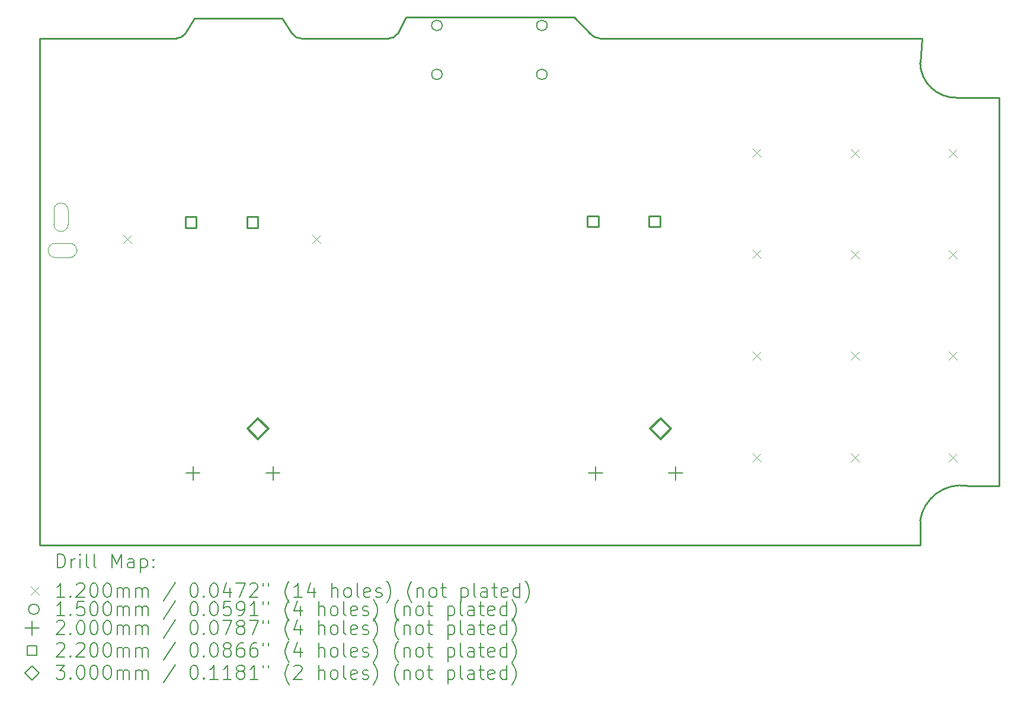
<source format=gbr>
%TF.GenerationSoftware,KiCad,Pcbnew,8.0.1*%
%TF.CreationDate,2024-04-16T20:02:15+02:00*%
%TF.ProjectId,spider2,73706964-6572-4322-9e6b-696361645f70,rev?*%
%TF.SameCoordinates,Original*%
%TF.FileFunction,Drillmap*%
%TF.FilePolarity,Positive*%
%FSLAX45Y45*%
G04 Gerber Fmt 4.5, Leading zero omitted, Abs format (unit mm)*
G04 Created by KiCad (PCBNEW 8.0.1) date 2024-04-16 20:02:15*
%MOMM*%
%LPD*%
G01*
G04 APERTURE LIST*
%ADD10C,0.254000*%
%ADD11C,0.100000*%
%ADD12C,0.200000*%
%ADD13C,0.120000*%
%ADD14C,0.150000*%
%ADD15C,0.220000*%
%ADD16C,0.300000*%
G04 APERTURE END LIST*
D10*
X18873422Y-2994112D02*
X18990000Y-2760000D01*
X26864460Y-3909160D02*
G75*
G02*
X26339460Y-3409160I-12500J512500D01*
G01*
X17227500Y-2776160D02*
X17369000Y-2994000D01*
X18873422Y-2994112D02*
G75*
G02*
X18747000Y-3061000I-119002J72002D01*
G01*
X17495422Y-3060888D02*
X18747000Y-3061000D01*
X26339460Y-10309160D02*
X26339460Y-9959160D01*
D11*
X14290000Y-6090711D02*
X14290000Y-6095000D01*
X14290000Y-6095000D02*
G75*
G02*
X14190000Y-6195000I-100000J0D01*
G01*
D10*
X27014460Y-9459160D02*
X27464460Y-9459160D01*
X15838954Y-2992061D02*
G75*
G02*
X15712533Y-3058952I-119004J72001D01*
G01*
D11*
X13881421Y-6090711D02*
X13881421Y-6095000D01*
D10*
X15838954Y-2992061D02*
X15967500Y-2776160D01*
D11*
X13981421Y-6195000D02*
G75*
G02*
X13881420Y-6095000I-1J100000D01*
G01*
D10*
X13764460Y-10309160D02*
X26339460Y-10309160D01*
X27464460Y-9459160D02*
X27464460Y-3909160D01*
D11*
X13881421Y-6090711D02*
G75*
G02*
X13981421Y-5990711I99999J1D01*
G01*
D10*
X21757980Y-3058410D02*
G75*
G02*
X21629304Y-2995972I2610J169190D01*
G01*
D11*
X13962711Y-5515000D02*
G75*
G02*
X14062711Y-5415001I99999J0D01*
G01*
D10*
X13764460Y-3059160D02*
X15712533Y-3058949D01*
D11*
X13962711Y-5723579D02*
X13962711Y-5515000D01*
X14062711Y-5823579D02*
G75*
G02*
X13962711Y-5723579I-1J99999D01*
G01*
D10*
X17495422Y-3060888D02*
G75*
G02*
X17369000Y-2994000I-7422J138888D01*
G01*
X26339460Y-9959160D02*
G75*
G02*
X27014460Y-9459160I587500J-87500D01*
G01*
D11*
X14067000Y-5415000D02*
X14062711Y-5415000D01*
D10*
X21757980Y-3058410D02*
X26364460Y-3059160D01*
X15967500Y-2776160D02*
X17227500Y-2776160D01*
X13764460Y-3059160D02*
X13764460Y-10309160D01*
X18990000Y-2760000D02*
X21397500Y-2760000D01*
X26364460Y-3059160D02*
X26339460Y-3409160D01*
D11*
X14167000Y-5723579D02*
X14167000Y-5515000D01*
X14167000Y-5723579D02*
G75*
G02*
X14067000Y-5823580I-100000J-1D01*
G01*
X14190000Y-6195000D02*
X13981421Y-6195000D01*
X14067000Y-5823579D02*
X14062711Y-5823579D01*
X14190000Y-5990711D02*
X13981421Y-5990711D01*
X14190000Y-5990711D02*
G75*
G02*
X14289999Y-6090711I0J-99999D01*
G01*
D10*
X26864460Y-3909160D02*
X27464460Y-3909160D01*
D11*
X14067000Y-5415000D02*
G75*
G02*
X14167000Y-5515000I0J-100000D01*
G01*
D10*
X21397500Y-2760000D02*
X21629301Y-2995975D01*
D12*
D13*
X14954448Y-5869596D02*
X15074448Y-5989596D01*
X15074448Y-5869596D02*
X14954448Y-5989596D01*
X17655334Y-5869450D02*
X17775334Y-5989450D01*
X17775334Y-5869450D02*
X17655334Y-5989450D01*
X23947839Y-8992625D02*
X24067839Y-9112625D01*
X24067839Y-8992625D02*
X23947839Y-9112625D01*
X23947928Y-4632625D02*
X24067928Y-4752625D01*
X24067928Y-4632625D02*
X23947928Y-4752625D01*
X23947928Y-6085959D02*
X24067928Y-6205959D01*
X24067928Y-6085959D02*
X23947928Y-6205959D01*
X23947928Y-7539292D02*
X24067928Y-7659292D01*
X24067928Y-7539292D02*
X23947928Y-7659292D01*
X25347839Y-8992625D02*
X25467839Y-9112625D01*
X25467839Y-8992625D02*
X25347839Y-9112625D01*
X25347928Y-4642625D02*
X25467928Y-4762625D01*
X25467928Y-4642625D02*
X25347928Y-4762625D01*
X25347928Y-6092625D02*
X25467928Y-6212625D01*
X25467928Y-6092625D02*
X25347928Y-6212625D01*
X25347928Y-7542625D02*
X25467928Y-7662625D01*
X25467928Y-7542625D02*
X25347928Y-7662625D01*
X26747928Y-4642625D02*
X26867928Y-4762625D01*
X26867928Y-4642625D02*
X26747928Y-4762625D01*
X26747928Y-6092625D02*
X26867928Y-6212625D01*
X26867928Y-6092625D02*
X26747928Y-6212625D01*
X26747928Y-7542625D02*
X26867928Y-7662625D01*
X26867928Y-7542625D02*
X26747928Y-7662625D01*
X26747928Y-8992625D02*
X26867928Y-9112625D01*
X26867928Y-8992625D02*
X26747928Y-9112625D01*
D14*
X19510000Y-2875000D02*
G75*
G02*
X19360000Y-2875000I-75000J0D01*
G01*
X19360000Y-2875000D02*
G75*
G02*
X19510000Y-2875000I75000J0D01*
G01*
X19510000Y-3575000D02*
G75*
G02*
X19360000Y-3575000I-75000J0D01*
G01*
X19360000Y-3575000D02*
G75*
G02*
X19510000Y-3575000I75000J0D01*
G01*
X21010000Y-2875000D02*
G75*
G02*
X20860000Y-2875000I-75000J0D01*
G01*
X20860000Y-2875000D02*
G75*
G02*
X21010000Y-2875000I75000J0D01*
G01*
X21010000Y-3575000D02*
G75*
G02*
X20860000Y-3575000I-75000J0D01*
G01*
X20860000Y-3575000D02*
G75*
G02*
X21010000Y-3575000I75000J0D01*
G01*
D12*
X15950000Y-9180000D02*
X15950000Y-9380000D01*
X15850000Y-9280000D02*
X16050000Y-9280000D01*
X17093000Y-9180000D02*
X17093000Y-9380000D01*
X16993000Y-9280000D02*
X17193000Y-9280000D01*
X21700000Y-9180000D02*
X21700000Y-9380000D01*
X21600000Y-9280000D02*
X21800000Y-9280000D01*
X22843000Y-9180000D02*
X22843000Y-9380000D01*
X22743000Y-9280000D02*
X22943000Y-9280000D01*
D15*
X15997782Y-5767782D02*
X15997782Y-5612217D01*
X15842217Y-5612217D01*
X15842217Y-5767782D01*
X15997782Y-5767782D01*
X16877783Y-5767782D02*
X16877783Y-5612217D01*
X16722217Y-5612217D01*
X16722217Y-5767782D01*
X16877783Y-5767782D01*
X21742783Y-5757782D02*
X21742783Y-5602217D01*
X21587218Y-5602217D01*
X21587218Y-5757782D01*
X21742783Y-5757782D01*
X22622782Y-5757782D02*
X22622782Y-5602217D01*
X22467217Y-5602217D01*
X22467217Y-5757782D01*
X22622782Y-5757782D01*
D16*
X16880000Y-8795000D02*
X17030000Y-8645000D01*
X16880000Y-8495000D01*
X16730000Y-8645000D01*
X16880000Y-8795000D01*
X22630000Y-8795000D02*
X22780000Y-8645000D01*
X22630000Y-8495000D01*
X22480000Y-8645000D01*
X22630000Y-8795000D01*
D12*
X14012537Y-10633344D02*
X14012537Y-10433344D01*
X14012537Y-10433344D02*
X14060156Y-10433344D01*
X14060156Y-10433344D02*
X14088727Y-10442868D01*
X14088727Y-10442868D02*
X14107775Y-10461915D01*
X14107775Y-10461915D02*
X14117299Y-10480963D01*
X14117299Y-10480963D02*
X14126822Y-10519058D01*
X14126822Y-10519058D02*
X14126822Y-10547630D01*
X14126822Y-10547630D02*
X14117299Y-10585725D01*
X14117299Y-10585725D02*
X14107775Y-10604772D01*
X14107775Y-10604772D02*
X14088727Y-10623820D01*
X14088727Y-10623820D02*
X14060156Y-10633344D01*
X14060156Y-10633344D02*
X14012537Y-10633344D01*
X14212537Y-10633344D02*
X14212537Y-10500010D01*
X14212537Y-10538106D02*
X14222061Y-10519058D01*
X14222061Y-10519058D02*
X14231584Y-10509534D01*
X14231584Y-10509534D02*
X14250632Y-10500010D01*
X14250632Y-10500010D02*
X14269680Y-10500010D01*
X14336346Y-10633344D02*
X14336346Y-10500010D01*
X14336346Y-10433344D02*
X14326822Y-10442868D01*
X14326822Y-10442868D02*
X14336346Y-10452391D01*
X14336346Y-10452391D02*
X14345870Y-10442868D01*
X14345870Y-10442868D02*
X14336346Y-10433344D01*
X14336346Y-10433344D02*
X14336346Y-10452391D01*
X14460156Y-10633344D02*
X14441108Y-10623820D01*
X14441108Y-10623820D02*
X14431584Y-10604772D01*
X14431584Y-10604772D02*
X14431584Y-10433344D01*
X14564918Y-10633344D02*
X14545870Y-10623820D01*
X14545870Y-10623820D02*
X14536346Y-10604772D01*
X14536346Y-10604772D02*
X14536346Y-10433344D01*
X14793489Y-10633344D02*
X14793489Y-10433344D01*
X14793489Y-10433344D02*
X14860156Y-10576201D01*
X14860156Y-10576201D02*
X14926822Y-10433344D01*
X14926822Y-10433344D02*
X14926822Y-10633344D01*
X15107775Y-10633344D02*
X15107775Y-10528582D01*
X15107775Y-10528582D02*
X15098251Y-10509534D01*
X15098251Y-10509534D02*
X15079203Y-10500010D01*
X15079203Y-10500010D02*
X15041108Y-10500010D01*
X15041108Y-10500010D02*
X15022061Y-10509534D01*
X15107775Y-10623820D02*
X15088727Y-10633344D01*
X15088727Y-10633344D02*
X15041108Y-10633344D01*
X15041108Y-10633344D02*
X15022061Y-10623820D01*
X15022061Y-10623820D02*
X15012537Y-10604772D01*
X15012537Y-10604772D02*
X15012537Y-10585725D01*
X15012537Y-10585725D02*
X15022061Y-10566677D01*
X15022061Y-10566677D02*
X15041108Y-10557153D01*
X15041108Y-10557153D02*
X15088727Y-10557153D01*
X15088727Y-10557153D02*
X15107775Y-10547630D01*
X15203013Y-10500010D02*
X15203013Y-10700010D01*
X15203013Y-10509534D02*
X15222061Y-10500010D01*
X15222061Y-10500010D02*
X15260156Y-10500010D01*
X15260156Y-10500010D02*
X15279203Y-10509534D01*
X15279203Y-10509534D02*
X15288727Y-10519058D01*
X15288727Y-10519058D02*
X15298251Y-10538106D01*
X15298251Y-10538106D02*
X15298251Y-10595249D01*
X15298251Y-10595249D02*
X15288727Y-10614296D01*
X15288727Y-10614296D02*
X15279203Y-10623820D01*
X15279203Y-10623820D02*
X15260156Y-10633344D01*
X15260156Y-10633344D02*
X15222061Y-10633344D01*
X15222061Y-10633344D02*
X15203013Y-10623820D01*
X15383965Y-10614296D02*
X15393489Y-10623820D01*
X15393489Y-10623820D02*
X15383965Y-10633344D01*
X15383965Y-10633344D02*
X15374442Y-10623820D01*
X15374442Y-10623820D02*
X15383965Y-10614296D01*
X15383965Y-10614296D02*
X15383965Y-10633344D01*
X15383965Y-10509534D02*
X15393489Y-10519058D01*
X15393489Y-10519058D02*
X15383965Y-10528582D01*
X15383965Y-10528582D02*
X15374442Y-10519058D01*
X15374442Y-10519058D02*
X15383965Y-10509534D01*
X15383965Y-10509534D02*
X15383965Y-10528582D01*
D13*
X13631760Y-10901860D02*
X13751760Y-11021860D01*
X13751760Y-10901860D02*
X13631760Y-11021860D01*
D12*
X14117299Y-11053344D02*
X14003013Y-11053344D01*
X14060156Y-11053344D02*
X14060156Y-10853344D01*
X14060156Y-10853344D02*
X14041108Y-10881915D01*
X14041108Y-10881915D02*
X14022061Y-10900963D01*
X14022061Y-10900963D02*
X14003013Y-10910487D01*
X14203013Y-11034296D02*
X14212537Y-11043820D01*
X14212537Y-11043820D02*
X14203013Y-11053344D01*
X14203013Y-11053344D02*
X14193489Y-11043820D01*
X14193489Y-11043820D02*
X14203013Y-11034296D01*
X14203013Y-11034296D02*
X14203013Y-11053344D01*
X14288727Y-10872391D02*
X14298251Y-10862868D01*
X14298251Y-10862868D02*
X14317299Y-10853344D01*
X14317299Y-10853344D02*
X14364918Y-10853344D01*
X14364918Y-10853344D02*
X14383965Y-10862868D01*
X14383965Y-10862868D02*
X14393489Y-10872391D01*
X14393489Y-10872391D02*
X14403013Y-10891439D01*
X14403013Y-10891439D02*
X14403013Y-10910487D01*
X14403013Y-10910487D02*
X14393489Y-10939058D01*
X14393489Y-10939058D02*
X14279203Y-11053344D01*
X14279203Y-11053344D02*
X14403013Y-11053344D01*
X14526822Y-10853344D02*
X14545870Y-10853344D01*
X14545870Y-10853344D02*
X14564918Y-10862868D01*
X14564918Y-10862868D02*
X14574442Y-10872391D01*
X14574442Y-10872391D02*
X14583965Y-10891439D01*
X14583965Y-10891439D02*
X14593489Y-10929534D01*
X14593489Y-10929534D02*
X14593489Y-10977153D01*
X14593489Y-10977153D02*
X14583965Y-11015249D01*
X14583965Y-11015249D02*
X14574442Y-11034296D01*
X14574442Y-11034296D02*
X14564918Y-11043820D01*
X14564918Y-11043820D02*
X14545870Y-11053344D01*
X14545870Y-11053344D02*
X14526822Y-11053344D01*
X14526822Y-11053344D02*
X14507775Y-11043820D01*
X14507775Y-11043820D02*
X14498251Y-11034296D01*
X14498251Y-11034296D02*
X14488727Y-11015249D01*
X14488727Y-11015249D02*
X14479203Y-10977153D01*
X14479203Y-10977153D02*
X14479203Y-10929534D01*
X14479203Y-10929534D02*
X14488727Y-10891439D01*
X14488727Y-10891439D02*
X14498251Y-10872391D01*
X14498251Y-10872391D02*
X14507775Y-10862868D01*
X14507775Y-10862868D02*
X14526822Y-10853344D01*
X14717299Y-10853344D02*
X14736346Y-10853344D01*
X14736346Y-10853344D02*
X14755394Y-10862868D01*
X14755394Y-10862868D02*
X14764918Y-10872391D01*
X14764918Y-10872391D02*
X14774442Y-10891439D01*
X14774442Y-10891439D02*
X14783965Y-10929534D01*
X14783965Y-10929534D02*
X14783965Y-10977153D01*
X14783965Y-10977153D02*
X14774442Y-11015249D01*
X14774442Y-11015249D02*
X14764918Y-11034296D01*
X14764918Y-11034296D02*
X14755394Y-11043820D01*
X14755394Y-11043820D02*
X14736346Y-11053344D01*
X14736346Y-11053344D02*
X14717299Y-11053344D01*
X14717299Y-11053344D02*
X14698251Y-11043820D01*
X14698251Y-11043820D02*
X14688727Y-11034296D01*
X14688727Y-11034296D02*
X14679203Y-11015249D01*
X14679203Y-11015249D02*
X14669680Y-10977153D01*
X14669680Y-10977153D02*
X14669680Y-10929534D01*
X14669680Y-10929534D02*
X14679203Y-10891439D01*
X14679203Y-10891439D02*
X14688727Y-10872391D01*
X14688727Y-10872391D02*
X14698251Y-10862868D01*
X14698251Y-10862868D02*
X14717299Y-10853344D01*
X14869680Y-11053344D02*
X14869680Y-10920010D01*
X14869680Y-10939058D02*
X14879203Y-10929534D01*
X14879203Y-10929534D02*
X14898251Y-10920010D01*
X14898251Y-10920010D02*
X14926823Y-10920010D01*
X14926823Y-10920010D02*
X14945870Y-10929534D01*
X14945870Y-10929534D02*
X14955394Y-10948582D01*
X14955394Y-10948582D02*
X14955394Y-11053344D01*
X14955394Y-10948582D02*
X14964918Y-10929534D01*
X14964918Y-10929534D02*
X14983965Y-10920010D01*
X14983965Y-10920010D02*
X15012537Y-10920010D01*
X15012537Y-10920010D02*
X15031584Y-10929534D01*
X15031584Y-10929534D02*
X15041108Y-10948582D01*
X15041108Y-10948582D02*
X15041108Y-11053344D01*
X15136346Y-11053344D02*
X15136346Y-10920010D01*
X15136346Y-10939058D02*
X15145870Y-10929534D01*
X15145870Y-10929534D02*
X15164918Y-10920010D01*
X15164918Y-10920010D02*
X15193489Y-10920010D01*
X15193489Y-10920010D02*
X15212537Y-10929534D01*
X15212537Y-10929534D02*
X15222061Y-10948582D01*
X15222061Y-10948582D02*
X15222061Y-11053344D01*
X15222061Y-10948582D02*
X15231584Y-10929534D01*
X15231584Y-10929534D02*
X15250632Y-10920010D01*
X15250632Y-10920010D02*
X15279203Y-10920010D01*
X15279203Y-10920010D02*
X15298251Y-10929534D01*
X15298251Y-10929534D02*
X15307775Y-10948582D01*
X15307775Y-10948582D02*
X15307775Y-11053344D01*
X15698251Y-10843820D02*
X15526823Y-11100963D01*
X15955394Y-10853344D02*
X15974442Y-10853344D01*
X15974442Y-10853344D02*
X15993489Y-10862868D01*
X15993489Y-10862868D02*
X16003013Y-10872391D01*
X16003013Y-10872391D02*
X16012537Y-10891439D01*
X16012537Y-10891439D02*
X16022061Y-10929534D01*
X16022061Y-10929534D02*
X16022061Y-10977153D01*
X16022061Y-10977153D02*
X16012537Y-11015249D01*
X16012537Y-11015249D02*
X16003013Y-11034296D01*
X16003013Y-11034296D02*
X15993489Y-11043820D01*
X15993489Y-11043820D02*
X15974442Y-11053344D01*
X15974442Y-11053344D02*
X15955394Y-11053344D01*
X15955394Y-11053344D02*
X15936346Y-11043820D01*
X15936346Y-11043820D02*
X15926823Y-11034296D01*
X15926823Y-11034296D02*
X15917299Y-11015249D01*
X15917299Y-11015249D02*
X15907775Y-10977153D01*
X15907775Y-10977153D02*
X15907775Y-10929534D01*
X15907775Y-10929534D02*
X15917299Y-10891439D01*
X15917299Y-10891439D02*
X15926823Y-10872391D01*
X15926823Y-10872391D02*
X15936346Y-10862868D01*
X15936346Y-10862868D02*
X15955394Y-10853344D01*
X16107775Y-11034296D02*
X16117299Y-11043820D01*
X16117299Y-11043820D02*
X16107775Y-11053344D01*
X16107775Y-11053344D02*
X16098251Y-11043820D01*
X16098251Y-11043820D02*
X16107775Y-11034296D01*
X16107775Y-11034296D02*
X16107775Y-11053344D01*
X16241108Y-10853344D02*
X16260156Y-10853344D01*
X16260156Y-10853344D02*
X16279204Y-10862868D01*
X16279204Y-10862868D02*
X16288727Y-10872391D01*
X16288727Y-10872391D02*
X16298251Y-10891439D01*
X16298251Y-10891439D02*
X16307775Y-10929534D01*
X16307775Y-10929534D02*
X16307775Y-10977153D01*
X16307775Y-10977153D02*
X16298251Y-11015249D01*
X16298251Y-11015249D02*
X16288727Y-11034296D01*
X16288727Y-11034296D02*
X16279204Y-11043820D01*
X16279204Y-11043820D02*
X16260156Y-11053344D01*
X16260156Y-11053344D02*
X16241108Y-11053344D01*
X16241108Y-11053344D02*
X16222061Y-11043820D01*
X16222061Y-11043820D02*
X16212537Y-11034296D01*
X16212537Y-11034296D02*
X16203013Y-11015249D01*
X16203013Y-11015249D02*
X16193489Y-10977153D01*
X16193489Y-10977153D02*
X16193489Y-10929534D01*
X16193489Y-10929534D02*
X16203013Y-10891439D01*
X16203013Y-10891439D02*
X16212537Y-10872391D01*
X16212537Y-10872391D02*
X16222061Y-10862868D01*
X16222061Y-10862868D02*
X16241108Y-10853344D01*
X16479204Y-10920010D02*
X16479204Y-11053344D01*
X16431585Y-10843820D02*
X16383966Y-10986677D01*
X16383966Y-10986677D02*
X16507775Y-10986677D01*
X16564918Y-10853344D02*
X16698251Y-10853344D01*
X16698251Y-10853344D02*
X16612537Y-11053344D01*
X16764918Y-10872391D02*
X16774442Y-10862868D01*
X16774442Y-10862868D02*
X16793489Y-10853344D01*
X16793489Y-10853344D02*
X16841109Y-10853344D01*
X16841109Y-10853344D02*
X16860156Y-10862868D01*
X16860156Y-10862868D02*
X16869680Y-10872391D01*
X16869680Y-10872391D02*
X16879204Y-10891439D01*
X16879204Y-10891439D02*
X16879204Y-10910487D01*
X16879204Y-10910487D02*
X16869680Y-10939058D01*
X16869680Y-10939058D02*
X16755394Y-11053344D01*
X16755394Y-11053344D02*
X16879204Y-11053344D01*
X16955394Y-10853344D02*
X16955394Y-10891439D01*
X17031585Y-10853344D02*
X17031585Y-10891439D01*
X17326823Y-11129534D02*
X17317299Y-11120010D01*
X17317299Y-11120010D02*
X17298251Y-11091439D01*
X17298251Y-11091439D02*
X17288728Y-11072391D01*
X17288728Y-11072391D02*
X17279204Y-11043820D01*
X17279204Y-11043820D02*
X17269680Y-10996201D01*
X17269680Y-10996201D02*
X17269680Y-10958106D01*
X17269680Y-10958106D02*
X17279204Y-10910487D01*
X17279204Y-10910487D02*
X17288728Y-10881915D01*
X17288728Y-10881915D02*
X17298251Y-10862868D01*
X17298251Y-10862868D02*
X17317299Y-10834296D01*
X17317299Y-10834296D02*
X17326823Y-10824772D01*
X17507775Y-11053344D02*
X17393490Y-11053344D01*
X17450632Y-11053344D02*
X17450632Y-10853344D01*
X17450632Y-10853344D02*
X17431585Y-10881915D01*
X17431585Y-10881915D02*
X17412537Y-10900963D01*
X17412537Y-10900963D02*
X17393490Y-10910487D01*
X17679204Y-10920010D02*
X17679204Y-11053344D01*
X17631585Y-10843820D02*
X17583966Y-10986677D01*
X17583966Y-10986677D02*
X17707775Y-10986677D01*
X17936347Y-11053344D02*
X17936347Y-10853344D01*
X18022061Y-11053344D02*
X18022061Y-10948582D01*
X18022061Y-10948582D02*
X18012537Y-10929534D01*
X18012537Y-10929534D02*
X17993490Y-10920010D01*
X17993490Y-10920010D02*
X17964918Y-10920010D01*
X17964918Y-10920010D02*
X17945871Y-10929534D01*
X17945871Y-10929534D02*
X17936347Y-10939058D01*
X18145871Y-11053344D02*
X18126823Y-11043820D01*
X18126823Y-11043820D02*
X18117299Y-11034296D01*
X18117299Y-11034296D02*
X18107775Y-11015249D01*
X18107775Y-11015249D02*
X18107775Y-10958106D01*
X18107775Y-10958106D02*
X18117299Y-10939058D01*
X18117299Y-10939058D02*
X18126823Y-10929534D01*
X18126823Y-10929534D02*
X18145871Y-10920010D01*
X18145871Y-10920010D02*
X18174442Y-10920010D01*
X18174442Y-10920010D02*
X18193490Y-10929534D01*
X18193490Y-10929534D02*
X18203013Y-10939058D01*
X18203013Y-10939058D02*
X18212537Y-10958106D01*
X18212537Y-10958106D02*
X18212537Y-11015249D01*
X18212537Y-11015249D02*
X18203013Y-11034296D01*
X18203013Y-11034296D02*
X18193490Y-11043820D01*
X18193490Y-11043820D02*
X18174442Y-11053344D01*
X18174442Y-11053344D02*
X18145871Y-11053344D01*
X18326823Y-11053344D02*
X18307775Y-11043820D01*
X18307775Y-11043820D02*
X18298252Y-11024772D01*
X18298252Y-11024772D02*
X18298252Y-10853344D01*
X18479204Y-11043820D02*
X18460156Y-11053344D01*
X18460156Y-11053344D02*
X18422061Y-11053344D01*
X18422061Y-11053344D02*
X18403013Y-11043820D01*
X18403013Y-11043820D02*
X18393490Y-11024772D01*
X18393490Y-11024772D02*
X18393490Y-10948582D01*
X18393490Y-10948582D02*
X18403013Y-10929534D01*
X18403013Y-10929534D02*
X18422061Y-10920010D01*
X18422061Y-10920010D02*
X18460156Y-10920010D01*
X18460156Y-10920010D02*
X18479204Y-10929534D01*
X18479204Y-10929534D02*
X18488728Y-10948582D01*
X18488728Y-10948582D02*
X18488728Y-10967630D01*
X18488728Y-10967630D02*
X18393490Y-10986677D01*
X18564918Y-11043820D02*
X18583966Y-11053344D01*
X18583966Y-11053344D02*
X18622061Y-11053344D01*
X18622061Y-11053344D02*
X18641109Y-11043820D01*
X18641109Y-11043820D02*
X18650633Y-11024772D01*
X18650633Y-11024772D02*
X18650633Y-11015249D01*
X18650633Y-11015249D02*
X18641109Y-10996201D01*
X18641109Y-10996201D02*
X18622061Y-10986677D01*
X18622061Y-10986677D02*
X18593490Y-10986677D01*
X18593490Y-10986677D02*
X18574442Y-10977153D01*
X18574442Y-10977153D02*
X18564918Y-10958106D01*
X18564918Y-10958106D02*
X18564918Y-10948582D01*
X18564918Y-10948582D02*
X18574442Y-10929534D01*
X18574442Y-10929534D02*
X18593490Y-10920010D01*
X18593490Y-10920010D02*
X18622061Y-10920010D01*
X18622061Y-10920010D02*
X18641109Y-10929534D01*
X18717299Y-11129534D02*
X18726823Y-11120010D01*
X18726823Y-11120010D02*
X18745871Y-11091439D01*
X18745871Y-11091439D02*
X18755394Y-11072391D01*
X18755394Y-11072391D02*
X18764918Y-11043820D01*
X18764918Y-11043820D02*
X18774442Y-10996201D01*
X18774442Y-10996201D02*
X18774442Y-10958106D01*
X18774442Y-10958106D02*
X18764918Y-10910487D01*
X18764918Y-10910487D02*
X18755394Y-10881915D01*
X18755394Y-10881915D02*
X18745871Y-10862868D01*
X18745871Y-10862868D02*
X18726823Y-10834296D01*
X18726823Y-10834296D02*
X18717299Y-10824772D01*
X19079204Y-11129534D02*
X19069680Y-11120010D01*
X19069680Y-11120010D02*
X19050633Y-11091439D01*
X19050633Y-11091439D02*
X19041109Y-11072391D01*
X19041109Y-11072391D02*
X19031585Y-11043820D01*
X19031585Y-11043820D02*
X19022061Y-10996201D01*
X19022061Y-10996201D02*
X19022061Y-10958106D01*
X19022061Y-10958106D02*
X19031585Y-10910487D01*
X19031585Y-10910487D02*
X19041109Y-10881915D01*
X19041109Y-10881915D02*
X19050633Y-10862868D01*
X19050633Y-10862868D02*
X19069680Y-10834296D01*
X19069680Y-10834296D02*
X19079204Y-10824772D01*
X19155394Y-10920010D02*
X19155394Y-11053344D01*
X19155394Y-10939058D02*
X19164918Y-10929534D01*
X19164918Y-10929534D02*
X19183966Y-10920010D01*
X19183966Y-10920010D02*
X19212537Y-10920010D01*
X19212537Y-10920010D02*
X19231585Y-10929534D01*
X19231585Y-10929534D02*
X19241109Y-10948582D01*
X19241109Y-10948582D02*
X19241109Y-11053344D01*
X19364918Y-11053344D02*
X19345871Y-11043820D01*
X19345871Y-11043820D02*
X19336347Y-11034296D01*
X19336347Y-11034296D02*
X19326823Y-11015249D01*
X19326823Y-11015249D02*
X19326823Y-10958106D01*
X19326823Y-10958106D02*
X19336347Y-10939058D01*
X19336347Y-10939058D02*
X19345871Y-10929534D01*
X19345871Y-10929534D02*
X19364918Y-10920010D01*
X19364918Y-10920010D02*
X19393490Y-10920010D01*
X19393490Y-10920010D02*
X19412537Y-10929534D01*
X19412537Y-10929534D02*
X19422061Y-10939058D01*
X19422061Y-10939058D02*
X19431585Y-10958106D01*
X19431585Y-10958106D02*
X19431585Y-11015249D01*
X19431585Y-11015249D02*
X19422061Y-11034296D01*
X19422061Y-11034296D02*
X19412537Y-11043820D01*
X19412537Y-11043820D02*
X19393490Y-11053344D01*
X19393490Y-11053344D02*
X19364918Y-11053344D01*
X19488728Y-10920010D02*
X19564918Y-10920010D01*
X19517299Y-10853344D02*
X19517299Y-11024772D01*
X19517299Y-11024772D02*
X19526823Y-11043820D01*
X19526823Y-11043820D02*
X19545871Y-11053344D01*
X19545871Y-11053344D02*
X19564918Y-11053344D01*
X19783966Y-10920010D02*
X19783966Y-11120010D01*
X19783966Y-10929534D02*
X19803014Y-10920010D01*
X19803014Y-10920010D02*
X19841109Y-10920010D01*
X19841109Y-10920010D02*
X19860156Y-10929534D01*
X19860156Y-10929534D02*
X19869680Y-10939058D01*
X19869680Y-10939058D02*
X19879204Y-10958106D01*
X19879204Y-10958106D02*
X19879204Y-11015249D01*
X19879204Y-11015249D02*
X19869680Y-11034296D01*
X19869680Y-11034296D02*
X19860156Y-11043820D01*
X19860156Y-11043820D02*
X19841109Y-11053344D01*
X19841109Y-11053344D02*
X19803014Y-11053344D01*
X19803014Y-11053344D02*
X19783966Y-11043820D01*
X19993490Y-11053344D02*
X19974442Y-11043820D01*
X19974442Y-11043820D02*
X19964918Y-11024772D01*
X19964918Y-11024772D02*
X19964918Y-10853344D01*
X20155395Y-11053344D02*
X20155395Y-10948582D01*
X20155395Y-10948582D02*
X20145871Y-10929534D01*
X20145871Y-10929534D02*
X20126823Y-10920010D01*
X20126823Y-10920010D02*
X20088728Y-10920010D01*
X20088728Y-10920010D02*
X20069680Y-10929534D01*
X20155395Y-11043820D02*
X20136347Y-11053344D01*
X20136347Y-11053344D02*
X20088728Y-11053344D01*
X20088728Y-11053344D02*
X20069680Y-11043820D01*
X20069680Y-11043820D02*
X20060156Y-11024772D01*
X20060156Y-11024772D02*
X20060156Y-11005725D01*
X20060156Y-11005725D02*
X20069680Y-10986677D01*
X20069680Y-10986677D02*
X20088728Y-10977153D01*
X20088728Y-10977153D02*
X20136347Y-10977153D01*
X20136347Y-10977153D02*
X20155395Y-10967630D01*
X20222061Y-10920010D02*
X20298252Y-10920010D01*
X20250633Y-10853344D02*
X20250633Y-11024772D01*
X20250633Y-11024772D02*
X20260156Y-11043820D01*
X20260156Y-11043820D02*
X20279204Y-11053344D01*
X20279204Y-11053344D02*
X20298252Y-11053344D01*
X20441109Y-11043820D02*
X20422061Y-11053344D01*
X20422061Y-11053344D02*
X20383966Y-11053344D01*
X20383966Y-11053344D02*
X20364918Y-11043820D01*
X20364918Y-11043820D02*
X20355395Y-11024772D01*
X20355395Y-11024772D02*
X20355395Y-10948582D01*
X20355395Y-10948582D02*
X20364918Y-10929534D01*
X20364918Y-10929534D02*
X20383966Y-10920010D01*
X20383966Y-10920010D02*
X20422061Y-10920010D01*
X20422061Y-10920010D02*
X20441109Y-10929534D01*
X20441109Y-10929534D02*
X20450633Y-10948582D01*
X20450633Y-10948582D02*
X20450633Y-10967630D01*
X20450633Y-10967630D02*
X20355395Y-10986677D01*
X20622061Y-11053344D02*
X20622061Y-10853344D01*
X20622061Y-11043820D02*
X20603014Y-11053344D01*
X20603014Y-11053344D02*
X20564918Y-11053344D01*
X20564918Y-11053344D02*
X20545871Y-11043820D01*
X20545871Y-11043820D02*
X20536347Y-11034296D01*
X20536347Y-11034296D02*
X20526823Y-11015249D01*
X20526823Y-11015249D02*
X20526823Y-10958106D01*
X20526823Y-10958106D02*
X20536347Y-10939058D01*
X20536347Y-10939058D02*
X20545871Y-10929534D01*
X20545871Y-10929534D02*
X20564918Y-10920010D01*
X20564918Y-10920010D02*
X20603014Y-10920010D01*
X20603014Y-10920010D02*
X20622061Y-10929534D01*
X20698252Y-11129534D02*
X20707776Y-11120010D01*
X20707776Y-11120010D02*
X20726823Y-11091439D01*
X20726823Y-11091439D02*
X20736347Y-11072391D01*
X20736347Y-11072391D02*
X20745871Y-11043820D01*
X20745871Y-11043820D02*
X20755395Y-10996201D01*
X20755395Y-10996201D02*
X20755395Y-10958106D01*
X20755395Y-10958106D02*
X20745871Y-10910487D01*
X20745871Y-10910487D02*
X20736347Y-10881915D01*
X20736347Y-10881915D02*
X20726823Y-10862868D01*
X20726823Y-10862868D02*
X20707776Y-10834296D01*
X20707776Y-10834296D02*
X20698252Y-10824772D01*
D14*
X13751760Y-11225860D02*
G75*
G02*
X13601760Y-11225860I-75000J0D01*
G01*
X13601760Y-11225860D02*
G75*
G02*
X13751760Y-11225860I75000J0D01*
G01*
D12*
X14117299Y-11317344D02*
X14003013Y-11317344D01*
X14060156Y-11317344D02*
X14060156Y-11117344D01*
X14060156Y-11117344D02*
X14041108Y-11145915D01*
X14041108Y-11145915D02*
X14022061Y-11164963D01*
X14022061Y-11164963D02*
X14003013Y-11174487D01*
X14203013Y-11298296D02*
X14212537Y-11307820D01*
X14212537Y-11307820D02*
X14203013Y-11317344D01*
X14203013Y-11317344D02*
X14193489Y-11307820D01*
X14193489Y-11307820D02*
X14203013Y-11298296D01*
X14203013Y-11298296D02*
X14203013Y-11317344D01*
X14393489Y-11117344D02*
X14298251Y-11117344D01*
X14298251Y-11117344D02*
X14288727Y-11212582D01*
X14288727Y-11212582D02*
X14298251Y-11203058D01*
X14298251Y-11203058D02*
X14317299Y-11193534D01*
X14317299Y-11193534D02*
X14364918Y-11193534D01*
X14364918Y-11193534D02*
X14383965Y-11203058D01*
X14383965Y-11203058D02*
X14393489Y-11212582D01*
X14393489Y-11212582D02*
X14403013Y-11231629D01*
X14403013Y-11231629D02*
X14403013Y-11279248D01*
X14403013Y-11279248D02*
X14393489Y-11298296D01*
X14393489Y-11298296D02*
X14383965Y-11307820D01*
X14383965Y-11307820D02*
X14364918Y-11317344D01*
X14364918Y-11317344D02*
X14317299Y-11317344D01*
X14317299Y-11317344D02*
X14298251Y-11307820D01*
X14298251Y-11307820D02*
X14288727Y-11298296D01*
X14526822Y-11117344D02*
X14545870Y-11117344D01*
X14545870Y-11117344D02*
X14564918Y-11126868D01*
X14564918Y-11126868D02*
X14574442Y-11136391D01*
X14574442Y-11136391D02*
X14583965Y-11155439D01*
X14583965Y-11155439D02*
X14593489Y-11193534D01*
X14593489Y-11193534D02*
X14593489Y-11241153D01*
X14593489Y-11241153D02*
X14583965Y-11279248D01*
X14583965Y-11279248D02*
X14574442Y-11298296D01*
X14574442Y-11298296D02*
X14564918Y-11307820D01*
X14564918Y-11307820D02*
X14545870Y-11317344D01*
X14545870Y-11317344D02*
X14526822Y-11317344D01*
X14526822Y-11317344D02*
X14507775Y-11307820D01*
X14507775Y-11307820D02*
X14498251Y-11298296D01*
X14498251Y-11298296D02*
X14488727Y-11279248D01*
X14488727Y-11279248D02*
X14479203Y-11241153D01*
X14479203Y-11241153D02*
X14479203Y-11193534D01*
X14479203Y-11193534D02*
X14488727Y-11155439D01*
X14488727Y-11155439D02*
X14498251Y-11136391D01*
X14498251Y-11136391D02*
X14507775Y-11126868D01*
X14507775Y-11126868D02*
X14526822Y-11117344D01*
X14717299Y-11117344D02*
X14736346Y-11117344D01*
X14736346Y-11117344D02*
X14755394Y-11126868D01*
X14755394Y-11126868D02*
X14764918Y-11136391D01*
X14764918Y-11136391D02*
X14774442Y-11155439D01*
X14774442Y-11155439D02*
X14783965Y-11193534D01*
X14783965Y-11193534D02*
X14783965Y-11241153D01*
X14783965Y-11241153D02*
X14774442Y-11279248D01*
X14774442Y-11279248D02*
X14764918Y-11298296D01*
X14764918Y-11298296D02*
X14755394Y-11307820D01*
X14755394Y-11307820D02*
X14736346Y-11317344D01*
X14736346Y-11317344D02*
X14717299Y-11317344D01*
X14717299Y-11317344D02*
X14698251Y-11307820D01*
X14698251Y-11307820D02*
X14688727Y-11298296D01*
X14688727Y-11298296D02*
X14679203Y-11279248D01*
X14679203Y-11279248D02*
X14669680Y-11241153D01*
X14669680Y-11241153D02*
X14669680Y-11193534D01*
X14669680Y-11193534D02*
X14679203Y-11155439D01*
X14679203Y-11155439D02*
X14688727Y-11136391D01*
X14688727Y-11136391D02*
X14698251Y-11126868D01*
X14698251Y-11126868D02*
X14717299Y-11117344D01*
X14869680Y-11317344D02*
X14869680Y-11184010D01*
X14869680Y-11203058D02*
X14879203Y-11193534D01*
X14879203Y-11193534D02*
X14898251Y-11184010D01*
X14898251Y-11184010D02*
X14926823Y-11184010D01*
X14926823Y-11184010D02*
X14945870Y-11193534D01*
X14945870Y-11193534D02*
X14955394Y-11212582D01*
X14955394Y-11212582D02*
X14955394Y-11317344D01*
X14955394Y-11212582D02*
X14964918Y-11193534D01*
X14964918Y-11193534D02*
X14983965Y-11184010D01*
X14983965Y-11184010D02*
X15012537Y-11184010D01*
X15012537Y-11184010D02*
X15031584Y-11193534D01*
X15031584Y-11193534D02*
X15041108Y-11212582D01*
X15041108Y-11212582D02*
X15041108Y-11317344D01*
X15136346Y-11317344D02*
X15136346Y-11184010D01*
X15136346Y-11203058D02*
X15145870Y-11193534D01*
X15145870Y-11193534D02*
X15164918Y-11184010D01*
X15164918Y-11184010D02*
X15193489Y-11184010D01*
X15193489Y-11184010D02*
X15212537Y-11193534D01*
X15212537Y-11193534D02*
X15222061Y-11212582D01*
X15222061Y-11212582D02*
X15222061Y-11317344D01*
X15222061Y-11212582D02*
X15231584Y-11193534D01*
X15231584Y-11193534D02*
X15250632Y-11184010D01*
X15250632Y-11184010D02*
X15279203Y-11184010D01*
X15279203Y-11184010D02*
X15298251Y-11193534D01*
X15298251Y-11193534D02*
X15307775Y-11212582D01*
X15307775Y-11212582D02*
X15307775Y-11317344D01*
X15698251Y-11107820D02*
X15526823Y-11364963D01*
X15955394Y-11117344D02*
X15974442Y-11117344D01*
X15974442Y-11117344D02*
X15993489Y-11126868D01*
X15993489Y-11126868D02*
X16003013Y-11136391D01*
X16003013Y-11136391D02*
X16012537Y-11155439D01*
X16012537Y-11155439D02*
X16022061Y-11193534D01*
X16022061Y-11193534D02*
X16022061Y-11241153D01*
X16022061Y-11241153D02*
X16012537Y-11279248D01*
X16012537Y-11279248D02*
X16003013Y-11298296D01*
X16003013Y-11298296D02*
X15993489Y-11307820D01*
X15993489Y-11307820D02*
X15974442Y-11317344D01*
X15974442Y-11317344D02*
X15955394Y-11317344D01*
X15955394Y-11317344D02*
X15936346Y-11307820D01*
X15936346Y-11307820D02*
X15926823Y-11298296D01*
X15926823Y-11298296D02*
X15917299Y-11279248D01*
X15917299Y-11279248D02*
X15907775Y-11241153D01*
X15907775Y-11241153D02*
X15907775Y-11193534D01*
X15907775Y-11193534D02*
X15917299Y-11155439D01*
X15917299Y-11155439D02*
X15926823Y-11136391D01*
X15926823Y-11136391D02*
X15936346Y-11126868D01*
X15936346Y-11126868D02*
X15955394Y-11117344D01*
X16107775Y-11298296D02*
X16117299Y-11307820D01*
X16117299Y-11307820D02*
X16107775Y-11317344D01*
X16107775Y-11317344D02*
X16098251Y-11307820D01*
X16098251Y-11307820D02*
X16107775Y-11298296D01*
X16107775Y-11298296D02*
X16107775Y-11317344D01*
X16241108Y-11117344D02*
X16260156Y-11117344D01*
X16260156Y-11117344D02*
X16279204Y-11126868D01*
X16279204Y-11126868D02*
X16288727Y-11136391D01*
X16288727Y-11136391D02*
X16298251Y-11155439D01*
X16298251Y-11155439D02*
X16307775Y-11193534D01*
X16307775Y-11193534D02*
X16307775Y-11241153D01*
X16307775Y-11241153D02*
X16298251Y-11279248D01*
X16298251Y-11279248D02*
X16288727Y-11298296D01*
X16288727Y-11298296D02*
X16279204Y-11307820D01*
X16279204Y-11307820D02*
X16260156Y-11317344D01*
X16260156Y-11317344D02*
X16241108Y-11317344D01*
X16241108Y-11317344D02*
X16222061Y-11307820D01*
X16222061Y-11307820D02*
X16212537Y-11298296D01*
X16212537Y-11298296D02*
X16203013Y-11279248D01*
X16203013Y-11279248D02*
X16193489Y-11241153D01*
X16193489Y-11241153D02*
X16193489Y-11193534D01*
X16193489Y-11193534D02*
X16203013Y-11155439D01*
X16203013Y-11155439D02*
X16212537Y-11136391D01*
X16212537Y-11136391D02*
X16222061Y-11126868D01*
X16222061Y-11126868D02*
X16241108Y-11117344D01*
X16488727Y-11117344D02*
X16393489Y-11117344D01*
X16393489Y-11117344D02*
X16383966Y-11212582D01*
X16383966Y-11212582D02*
X16393489Y-11203058D01*
X16393489Y-11203058D02*
X16412537Y-11193534D01*
X16412537Y-11193534D02*
X16460156Y-11193534D01*
X16460156Y-11193534D02*
X16479204Y-11203058D01*
X16479204Y-11203058D02*
X16488727Y-11212582D01*
X16488727Y-11212582D02*
X16498251Y-11231629D01*
X16498251Y-11231629D02*
X16498251Y-11279248D01*
X16498251Y-11279248D02*
X16488727Y-11298296D01*
X16488727Y-11298296D02*
X16479204Y-11307820D01*
X16479204Y-11307820D02*
X16460156Y-11317344D01*
X16460156Y-11317344D02*
X16412537Y-11317344D01*
X16412537Y-11317344D02*
X16393489Y-11307820D01*
X16393489Y-11307820D02*
X16383966Y-11298296D01*
X16593489Y-11317344D02*
X16631585Y-11317344D01*
X16631585Y-11317344D02*
X16650632Y-11307820D01*
X16650632Y-11307820D02*
X16660156Y-11298296D01*
X16660156Y-11298296D02*
X16679204Y-11269725D01*
X16679204Y-11269725D02*
X16688727Y-11231629D01*
X16688727Y-11231629D02*
X16688727Y-11155439D01*
X16688727Y-11155439D02*
X16679204Y-11136391D01*
X16679204Y-11136391D02*
X16669680Y-11126868D01*
X16669680Y-11126868D02*
X16650632Y-11117344D01*
X16650632Y-11117344D02*
X16612537Y-11117344D01*
X16612537Y-11117344D02*
X16593489Y-11126868D01*
X16593489Y-11126868D02*
X16583966Y-11136391D01*
X16583966Y-11136391D02*
X16574442Y-11155439D01*
X16574442Y-11155439D02*
X16574442Y-11203058D01*
X16574442Y-11203058D02*
X16583966Y-11222106D01*
X16583966Y-11222106D02*
X16593489Y-11231629D01*
X16593489Y-11231629D02*
X16612537Y-11241153D01*
X16612537Y-11241153D02*
X16650632Y-11241153D01*
X16650632Y-11241153D02*
X16669680Y-11231629D01*
X16669680Y-11231629D02*
X16679204Y-11222106D01*
X16679204Y-11222106D02*
X16688727Y-11203058D01*
X16879204Y-11317344D02*
X16764918Y-11317344D01*
X16822061Y-11317344D02*
X16822061Y-11117344D01*
X16822061Y-11117344D02*
X16803013Y-11145915D01*
X16803013Y-11145915D02*
X16783966Y-11164963D01*
X16783966Y-11164963D02*
X16764918Y-11174487D01*
X16955394Y-11117344D02*
X16955394Y-11155439D01*
X17031585Y-11117344D02*
X17031585Y-11155439D01*
X17326823Y-11393534D02*
X17317299Y-11384010D01*
X17317299Y-11384010D02*
X17298251Y-11355439D01*
X17298251Y-11355439D02*
X17288728Y-11336391D01*
X17288728Y-11336391D02*
X17279204Y-11307820D01*
X17279204Y-11307820D02*
X17269680Y-11260201D01*
X17269680Y-11260201D02*
X17269680Y-11222106D01*
X17269680Y-11222106D02*
X17279204Y-11174487D01*
X17279204Y-11174487D02*
X17288728Y-11145915D01*
X17288728Y-11145915D02*
X17298251Y-11126868D01*
X17298251Y-11126868D02*
X17317299Y-11098296D01*
X17317299Y-11098296D02*
X17326823Y-11088772D01*
X17488728Y-11184010D02*
X17488728Y-11317344D01*
X17441109Y-11107820D02*
X17393490Y-11250677D01*
X17393490Y-11250677D02*
X17517299Y-11250677D01*
X17745871Y-11317344D02*
X17745871Y-11117344D01*
X17831585Y-11317344D02*
X17831585Y-11212582D01*
X17831585Y-11212582D02*
X17822061Y-11193534D01*
X17822061Y-11193534D02*
X17803013Y-11184010D01*
X17803013Y-11184010D02*
X17774442Y-11184010D01*
X17774442Y-11184010D02*
X17755394Y-11193534D01*
X17755394Y-11193534D02*
X17745871Y-11203058D01*
X17955394Y-11317344D02*
X17936347Y-11307820D01*
X17936347Y-11307820D02*
X17926823Y-11298296D01*
X17926823Y-11298296D02*
X17917299Y-11279248D01*
X17917299Y-11279248D02*
X17917299Y-11222106D01*
X17917299Y-11222106D02*
X17926823Y-11203058D01*
X17926823Y-11203058D02*
X17936347Y-11193534D01*
X17936347Y-11193534D02*
X17955394Y-11184010D01*
X17955394Y-11184010D02*
X17983966Y-11184010D01*
X17983966Y-11184010D02*
X18003013Y-11193534D01*
X18003013Y-11193534D02*
X18012537Y-11203058D01*
X18012537Y-11203058D02*
X18022061Y-11222106D01*
X18022061Y-11222106D02*
X18022061Y-11279248D01*
X18022061Y-11279248D02*
X18012537Y-11298296D01*
X18012537Y-11298296D02*
X18003013Y-11307820D01*
X18003013Y-11307820D02*
X17983966Y-11317344D01*
X17983966Y-11317344D02*
X17955394Y-11317344D01*
X18136347Y-11317344D02*
X18117299Y-11307820D01*
X18117299Y-11307820D02*
X18107775Y-11288772D01*
X18107775Y-11288772D02*
X18107775Y-11117344D01*
X18288728Y-11307820D02*
X18269680Y-11317344D01*
X18269680Y-11317344D02*
X18231585Y-11317344D01*
X18231585Y-11317344D02*
X18212537Y-11307820D01*
X18212537Y-11307820D02*
X18203013Y-11288772D01*
X18203013Y-11288772D02*
X18203013Y-11212582D01*
X18203013Y-11212582D02*
X18212537Y-11193534D01*
X18212537Y-11193534D02*
X18231585Y-11184010D01*
X18231585Y-11184010D02*
X18269680Y-11184010D01*
X18269680Y-11184010D02*
X18288728Y-11193534D01*
X18288728Y-11193534D02*
X18298252Y-11212582D01*
X18298252Y-11212582D02*
X18298252Y-11231629D01*
X18298252Y-11231629D02*
X18203013Y-11250677D01*
X18374442Y-11307820D02*
X18393490Y-11317344D01*
X18393490Y-11317344D02*
X18431585Y-11317344D01*
X18431585Y-11317344D02*
X18450633Y-11307820D01*
X18450633Y-11307820D02*
X18460156Y-11288772D01*
X18460156Y-11288772D02*
X18460156Y-11279248D01*
X18460156Y-11279248D02*
X18450633Y-11260201D01*
X18450633Y-11260201D02*
X18431585Y-11250677D01*
X18431585Y-11250677D02*
X18403013Y-11250677D01*
X18403013Y-11250677D02*
X18383966Y-11241153D01*
X18383966Y-11241153D02*
X18374442Y-11222106D01*
X18374442Y-11222106D02*
X18374442Y-11212582D01*
X18374442Y-11212582D02*
X18383966Y-11193534D01*
X18383966Y-11193534D02*
X18403013Y-11184010D01*
X18403013Y-11184010D02*
X18431585Y-11184010D01*
X18431585Y-11184010D02*
X18450633Y-11193534D01*
X18526823Y-11393534D02*
X18536347Y-11384010D01*
X18536347Y-11384010D02*
X18555394Y-11355439D01*
X18555394Y-11355439D02*
X18564918Y-11336391D01*
X18564918Y-11336391D02*
X18574442Y-11307820D01*
X18574442Y-11307820D02*
X18583966Y-11260201D01*
X18583966Y-11260201D02*
X18583966Y-11222106D01*
X18583966Y-11222106D02*
X18574442Y-11174487D01*
X18574442Y-11174487D02*
X18564918Y-11145915D01*
X18564918Y-11145915D02*
X18555394Y-11126868D01*
X18555394Y-11126868D02*
X18536347Y-11098296D01*
X18536347Y-11098296D02*
X18526823Y-11088772D01*
X18888728Y-11393534D02*
X18879204Y-11384010D01*
X18879204Y-11384010D02*
X18860156Y-11355439D01*
X18860156Y-11355439D02*
X18850633Y-11336391D01*
X18850633Y-11336391D02*
X18841109Y-11307820D01*
X18841109Y-11307820D02*
X18831585Y-11260201D01*
X18831585Y-11260201D02*
X18831585Y-11222106D01*
X18831585Y-11222106D02*
X18841109Y-11174487D01*
X18841109Y-11174487D02*
X18850633Y-11145915D01*
X18850633Y-11145915D02*
X18860156Y-11126868D01*
X18860156Y-11126868D02*
X18879204Y-11098296D01*
X18879204Y-11098296D02*
X18888728Y-11088772D01*
X18964918Y-11184010D02*
X18964918Y-11317344D01*
X18964918Y-11203058D02*
X18974442Y-11193534D01*
X18974442Y-11193534D02*
X18993490Y-11184010D01*
X18993490Y-11184010D02*
X19022061Y-11184010D01*
X19022061Y-11184010D02*
X19041109Y-11193534D01*
X19041109Y-11193534D02*
X19050633Y-11212582D01*
X19050633Y-11212582D02*
X19050633Y-11317344D01*
X19174442Y-11317344D02*
X19155394Y-11307820D01*
X19155394Y-11307820D02*
X19145871Y-11298296D01*
X19145871Y-11298296D02*
X19136347Y-11279248D01*
X19136347Y-11279248D02*
X19136347Y-11222106D01*
X19136347Y-11222106D02*
X19145871Y-11203058D01*
X19145871Y-11203058D02*
X19155394Y-11193534D01*
X19155394Y-11193534D02*
X19174442Y-11184010D01*
X19174442Y-11184010D02*
X19203014Y-11184010D01*
X19203014Y-11184010D02*
X19222061Y-11193534D01*
X19222061Y-11193534D02*
X19231585Y-11203058D01*
X19231585Y-11203058D02*
X19241109Y-11222106D01*
X19241109Y-11222106D02*
X19241109Y-11279248D01*
X19241109Y-11279248D02*
X19231585Y-11298296D01*
X19231585Y-11298296D02*
X19222061Y-11307820D01*
X19222061Y-11307820D02*
X19203014Y-11317344D01*
X19203014Y-11317344D02*
X19174442Y-11317344D01*
X19298252Y-11184010D02*
X19374442Y-11184010D01*
X19326823Y-11117344D02*
X19326823Y-11288772D01*
X19326823Y-11288772D02*
X19336347Y-11307820D01*
X19336347Y-11307820D02*
X19355394Y-11317344D01*
X19355394Y-11317344D02*
X19374442Y-11317344D01*
X19593490Y-11184010D02*
X19593490Y-11384010D01*
X19593490Y-11193534D02*
X19612537Y-11184010D01*
X19612537Y-11184010D02*
X19650633Y-11184010D01*
X19650633Y-11184010D02*
X19669680Y-11193534D01*
X19669680Y-11193534D02*
X19679204Y-11203058D01*
X19679204Y-11203058D02*
X19688728Y-11222106D01*
X19688728Y-11222106D02*
X19688728Y-11279248D01*
X19688728Y-11279248D02*
X19679204Y-11298296D01*
X19679204Y-11298296D02*
X19669680Y-11307820D01*
X19669680Y-11307820D02*
X19650633Y-11317344D01*
X19650633Y-11317344D02*
X19612537Y-11317344D01*
X19612537Y-11317344D02*
X19593490Y-11307820D01*
X19803014Y-11317344D02*
X19783966Y-11307820D01*
X19783966Y-11307820D02*
X19774442Y-11288772D01*
X19774442Y-11288772D02*
X19774442Y-11117344D01*
X19964918Y-11317344D02*
X19964918Y-11212582D01*
X19964918Y-11212582D02*
X19955395Y-11193534D01*
X19955395Y-11193534D02*
X19936347Y-11184010D01*
X19936347Y-11184010D02*
X19898252Y-11184010D01*
X19898252Y-11184010D02*
X19879204Y-11193534D01*
X19964918Y-11307820D02*
X19945871Y-11317344D01*
X19945871Y-11317344D02*
X19898252Y-11317344D01*
X19898252Y-11317344D02*
X19879204Y-11307820D01*
X19879204Y-11307820D02*
X19869680Y-11288772D01*
X19869680Y-11288772D02*
X19869680Y-11269725D01*
X19869680Y-11269725D02*
X19879204Y-11250677D01*
X19879204Y-11250677D02*
X19898252Y-11241153D01*
X19898252Y-11241153D02*
X19945871Y-11241153D01*
X19945871Y-11241153D02*
X19964918Y-11231629D01*
X20031585Y-11184010D02*
X20107775Y-11184010D01*
X20060156Y-11117344D02*
X20060156Y-11288772D01*
X20060156Y-11288772D02*
X20069680Y-11307820D01*
X20069680Y-11307820D02*
X20088728Y-11317344D01*
X20088728Y-11317344D02*
X20107775Y-11317344D01*
X20250633Y-11307820D02*
X20231585Y-11317344D01*
X20231585Y-11317344D02*
X20193490Y-11317344D01*
X20193490Y-11317344D02*
X20174442Y-11307820D01*
X20174442Y-11307820D02*
X20164918Y-11288772D01*
X20164918Y-11288772D02*
X20164918Y-11212582D01*
X20164918Y-11212582D02*
X20174442Y-11193534D01*
X20174442Y-11193534D02*
X20193490Y-11184010D01*
X20193490Y-11184010D02*
X20231585Y-11184010D01*
X20231585Y-11184010D02*
X20250633Y-11193534D01*
X20250633Y-11193534D02*
X20260156Y-11212582D01*
X20260156Y-11212582D02*
X20260156Y-11231629D01*
X20260156Y-11231629D02*
X20164918Y-11250677D01*
X20431585Y-11317344D02*
X20431585Y-11117344D01*
X20431585Y-11307820D02*
X20412537Y-11317344D01*
X20412537Y-11317344D02*
X20374442Y-11317344D01*
X20374442Y-11317344D02*
X20355395Y-11307820D01*
X20355395Y-11307820D02*
X20345871Y-11298296D01*
X20345871Y-11298296D02*
X20336347Y-11279248D01*
X20336347Y-11279248D02*
X20336347Y-11222106D01*
X20336347Y-11222106D02*
X20345871Y-11203058D01*
X20345871Y-11203058D02*
X20355395Y-11193534D01*
X20355395Y-11193534D02*
X20374442Y-11184010D01*
X20374442Y-11184010D02*
X20412537Y-11184010D01*
X20412537Y-11184010D02*
X20431585Y-11193534D01*
X20507776Y-11393534D02*
X20517299Y-11384010D01*
X20517299Y-11384010D02*
X20536347Y-11355439D01*
X20536347Y-11355439D02*
X20545871Y-11336391D01*
X20545871Y-11336391D02*
X20555395Y-11307820D01*
X20555395Y-11307820D02*
X20564918Y-11260201D01*
X20564918Y-11260201D02*
X20564918Y-11222106D01*
X20564918Y-11222106D02*
X20555395Y-11174487D01*
X20555395Y-11174487D02*
X20545871Y-11145915D01*
X20545871Y-11145915D02*
X20536347Y-11126868D01*
X20536347Y-11126868D02*
X20517299Y-11098296D01*
X20517299Y-11098296D02*
X20507776Y-11088772D01*
X13651760Y-11395860D02*
X13651760Y-11595860D01*
X13551760Y-11495860D02*
X13751760Y-11495860D01*
X14003013Y-11406391D02*
X14012537Y-11396868D01*
X14012537Y-11396868D02*
X14031584Y-11387344D01*
X14031584Y-11387344D02*
X14079203Y-11387344D01*
X14079203Y-11387344D02*
X14098251Y-11396868D01*
X14098251Y-11396868D02*
X14107775Y-11406391D01*
X14107775Y-11406391D02*
X14117299Y-11425439D01*
X14117299Y-11425439D02*
X14117299Y-11444487D01*
X14117299Y-11444487D02*
X14107775Y-11473058D01*
X14107775Y-11473058D02*
X13993489Y-11587344D01*
X13993489Y-11587344D02*
X14117299Y-11587344D01*
X14203013Y-11568296D02*
X14212537Y-11577820D01*
X14212537Y-11577820D02*
X14203013Y-11587344D01*
X14203013Y-11587344D02*
X14193489Y-11577820D01*
X14193489Y-11577820D02*
X14203013Y-11568296D01*
X14203013Y-11568296D02*
X14203013Y-11587344D01*
X14336346Y-11387344D02*
X14355394Y-11387344D01*
X14355394Y-11387344D02*
X14374442Y-11396868D01*
X14374442Y-11396868D02*
X14383965Y-11406391D01*
X14383965Y-11406391D02*
X14393489Y-11425439D01*
X14393489Y-11425439D02*
X14403013Y-11463534D01*
X14403013Y-11463534D02*
X14403013Y-11511153D01*
X14403013Y-11511153D02*
X14393489Y-11549248D01*
X14393489Y-11549248D02*
X14383965Y-11568296D01*
X14383965Y-11568296D02*
X14374442Y-11577820D01*
X14374442Y-11577820D02*
X14355394Y-11587344D01*
X14355394Y-11587344D02*
X14336346Y-11587344D01*
X14336346Y-11587344D02*
X14317299Y-11577820D01*
X14317299Y-11577820D02*
X14307775Y-11568296D01*
X14307775Y-11568296D02*
X14298251Y-11549248D01*
X14298251Y-11549248D02*
X14288727Y-11511153D01*
X14288727Y-11511153D02*
X14288727Y-11463534D01*
X14288727Y-11463534D02*
X14298251Y-11425439D01*
X14298251Y-11425439D02*
X14307775Y-11406391D01*
X14307775Y-11406391D02*
X14317299Y-11396868D01*
X14317299Y-11396868D02*
X14336346Y-11387344D01*
X14526822Y-11387344D02*
X14545870Y-11387344D01*
X14545870Y-11387344D02*
X14564918Y-11396868D01*
X14564918Y-11396868D02*
X14574442Y-11406391D01*
X14574442Y-11406391D02*
X14583965Y-11425439D01*
X14583965Y-11425439D02*
X14593489Y-11463534D01*
X14593489Y-11463534D02*
X14593489Y-11511153D01*
X14593489Y-11511153D02*
X14583965Y-11549248D01*
X14583965Y-11549248D02*
X14574442Y-11568296D01*
X14574442Y-11568296D02*
X14564918Y-11577820D01*
X14564918Y-11577820D02*
X14545870Y-11587344D01*
X14545870Y-11587344D02*
X14526822Y-11587344D01*
X14526822Y-11587344D02*
X14507775Y-11577820D01*
X14507775Y-11577820D02*
X14498251Y-11568296D01*
X14498251Y-11568296D02*
X14488727Y-11549248D01*
X14488727Y-11549248D02*
X14479203Y-11511153D01*
X14479203Y-11511153D02*
X14479203Y-11463534D01*
X14479203Y-11463534D02*
X14488727Y-11425439D01*
X14488727Y-11425439D02*
X14498251Y-11406391D01*
X14498251Y-11406391D02*
X14507775Y-11396868D01*
X14507775Y-11396868D02*
X14526822Y-11387344D01*
X14717299Y-11387344D02*
X14736346Y-11387344D01*
X14736346Y-11387344D02*
X14755394Y-11396868D01*
X14755394Y-11396868D02*
X14764918Y-11406391D01*
X14764918Y-11406391D02*
X14774442Y-11425439D01*
X14774442Y-11425439D02*
X14783965Y-11463534D01*
X14783965Y-11463534D02*
X14783965Y-11511153D01*
X14783965Y-11511153D02*
X14774442Y-11549248D01*
X14774442Y-11549248D02*
X14764918Y-11568296D01*
X14764918Y-11568296D02*
X14755394Y-11577820D01*
X14755394Y-11577820D02*
X14736346Y-11587344D01*
X14736346Y-11587344D02*
X14717299Y-11587344D01*
X14717299Y-11587344D02*
X14698251Y-11577820D01*
X14698251Y-11577820D02*
X14688727Y-11568296D01*
X14688727Y-11568296D02*
X14679203Y-11549248D01*
X14679203Y-11549248D02*
X14669680Y-11511153D01*
X14669680Y-11511153D02*
X14669680Y-11463534D01*
X14669680Y-11463534D02*
X14679203Y-11425439D01*
X14679203Y-11425439D02*
X14688727Y-11406391D01*
X14688727Y-11406391D02*
X14698251Y-11396868D01*
X14698251Y-11396868D02*
X14717299Y-11387344D01*
X14869680Y-11587344D02*
X14869680Y-11454010D01*
X14869680Y-11473058D02*
X14879203Y-11463534D01*
X14879203Y-11463534D02*
X14898251Y-11454010D01*
X14898251Y-11454010D02*
X14926823Y-11454010D01*
X14926823Y-11454010D02*
X14945870Y-11463534D01*
X14945870Y-11463534D02*
X14955394Y-11482582D01*
X14955394Y-11482582D02*
X14955394Y-11587344D01*
X14955394Y-11482582D02*
X14964918Y-11463534D01*
X14964918Y-11463534D02*
X14983965Y-11454010D01*
X14983965Y-11454010D02*
X15012537Y-11454010D01*
X15012537Y-11454010D02*
X15031584Y-11463534D01*
X15031584Y-11463534D02*
X15041108Y-11482582D01*
X15041108Y-11482582D02*
X15041108Y-11587344D01*
X15136346Y-11587344D02*
X15136346Y-11454010D01*
X15136346Y-11473058D02*
X15145870Y-11463534D01*
X15145870Y-11463534D02*
X15164918Y-11454010D01*
X15164918Y-11454010D02*
X15193489Y-11454010D01*
X15193489Y-11454010D02*
X15212537Y-11463534D01*
X15212537Y-11463534D02*
X15222061Y-11482582D01*
X15222061Y-11482582D02*
X15222061Y-11587344D01*
X15222061Y-11482582D02*
X15231584Y-11463534D01*
X15231584Y-11463534D02*
X15250632Y-11454010D01*
X15250632Y-11454010D02*
X15279203Y-11454010D01*
X15279203Y-11454010D02*
X15298251Y-11463534D01*
X15298251Y-11463534D02*
X15307775Y-11482582D01*
X15307775Y-11482582D02*
X15307775Y-11587344D01*
X15698251Y-11377820D02*
X15526823Y-11634963D01*
X15955394Y-11387344D02*
X15974442Y-11387344D01*
X15974442Y-11387344D02*
X15993489Y-11396868D01*
X15993489Y-11396868D02*
X16003013Y-11406391D01*
X16003013Y-11406391D02*
X16012537Y-11425439D01*
X16012537Y-11425439D02*
X16022061Y-11463534D01*
X16022061Y-11463534D02*
X16022061Y-11511153D01*
X16022061Y-11511153D02*
X16012537Y-11549248D01*
X16012537Y-11549248D02*
X16003013Y-11568296D01*
X16003013Y-11568296D02*
X15993489Y-11577820D01*
X15993489Y-11577820D02*
X15974442Y-11587344D01*
X15974442Y-11587344D02*
X15955394Y-11587344D01*
X15955394Y-11587344D02*
X15936346Y-11577820D01*
X15936346Y-11577820D02*
X15926823Y-11568296D01*
X15926823Y-11568296D02*
X15917299Y-11549248D01*
X15917299Y-11549248D02*
X15907775Y-11511153D01*
X15907775Y-11511153D02*
X15907775Y-11463534D01*
X15907775Y-11463534D02*
X15917299Y-11425439D01*
X15917299Y-11425439D02*
X15926823Y-11406391D01*
X15926823Y-11406391D02*
X15936346Y-11396868D01*
X15936346Y-11396868D02*
X15955394Y-11387344D01*
X16107775Y-11568296D02*
X16117299Y-11577820D01*
X16117299Y-11577820D02*
X16107775Y-11587344D01*
X16107775Y-11587344D02*
X16098251Y-11577820D01*
X16098251Y-11577820D02*
X16107775Y-11568296D01*
X16107775Y-11568296D02*
X16107775Y-11587344D01*
X16241108Y-11387344D02*
X16260156Y-11387344D01*
X16260156Y-11387344D02*
X16279204Y-11396868D01*
X16279204Y-11396868D02*
X16288727Y-11406391D01*
X16288727Y-11406391D02*
X16298251Y-11425439D01*
X16298251Y-11425439D02*
X16307775Y-11463534D01*
X16307775Y-11463534D02*
X16307775Y-11511153D01*
X16307775Y-11511153D02*
X16298251Y-11549248D01*
X16298251Y-11549248D02*
X16288727Y-11568296D01*
X16288727Y-11568296D02*
X16279204Y-11577820D01*
X16279204Y-11577820D02*
X16260156Y-11587344D01*
X16260156Y-11587344D02*
X16241108Y-11587344D01*
X16241108Y-11587344D02*
X16222061Y-11577820D01*
X16222061Y-11577820D02*
X16212537Y-11568296D01*
X16212537Y-11568296D02*
X16203013Y-11549248D01*
X16203013Y-11549248D02*
X16193489Y-11511153D01*
X16193489Y-11511153D02*
X16193489Y-11463534D01*
X16193489Y-11463534D02*
X16203013Y-11425439D01*
X16203013Y-11425439D02*
X16212537Y-11406391D01*
X16212537Y-11406391D02*
X16222061Y-11396868D01*
X16222061Y-11396868D02*
X16241108Y-11387344D01*
X16374442Y-11387344D02*
X16507775Y-11387344D01*
X16507775Y-11387344D02*
X16422061Y-11587344D01*
X16612537Y-11473058D02*
X16593489Y-11463534D01*
X16593489Y-11463534D02*
X16583966Y-11454010D01*
X16583966Y-11454010D02*
X16574442Y-11434963D01*
X16574442Y-11434963D02*
X16574442Y-11425439D01*
X16574442Y-11425439D02*
X16583966Y-11406391D01*
X16583966Y-11406391D02*
X16593489Y-11396868D01*
X16593489Y-11396868D02*
X16612537Y-11387344D01*
X16612537Y-11387344D02*
X16650632Y-11387344D01*
X16650632Y-11387344D02*
X16669680Y-11396868D01*
X16669680Y-11396868D02*
X16679204Y-11406391D01*
X16679204Y-11406391D02*
X16688727Y-11425439D01*
X16688727Y-11425439D02*
X16688727Y-11434963D01*
X16688727Y-11434963D02*
X16679204Y-11454010D01*
X16679204Y-11454010D02*
X16669680Y-11463534D01*
X16669680Y-11463534D02*
X16650632Y-11473058D01*
X16650632Y-11473058D02*
X16612537Y-11473058D01*
X16612537Y-11473058D02*
X16593489Y-11482582D01*
X16593489Y-11482582D02*
X16583966Y-11492106D01*
X16583966Y-11492106D02*
X16574442Y-11511153D01*
X16574442Y-11511153D02*
X16574442Y-11549248D01*
X16574442Y-11549248D02*
X16583966Y-11568296D01*
X16583966Y-11568296D02*
X16593489Y-11577820D01*
X16593489Y-11577820D02*
X16612537Y-11587344D01*
X16612537Y-11587344D02*
X16650632Y-11587344D01*
X16650632Y-11587344D02*
X16669680Y-11577820D01*
X16669680Y-11577820D02*
X16679204Y-11568296D01*
X16679204Y-11568296D02*
X16688727Y-11549248D01*
X16688727Y-11549248D02*
X16688727Y-11511153D01*
X16688727Y-11511153D02*
X16679204Y-11492106D01*
X16679204Y-11492106D02*
X16669680Y-11482582D01*
X16669680Y-11482582D02*
X16650632Y-11473058D01*
X16755394Y-11387344D02*
X16888728Y-11387344D01*
X16888728Y-11387344D02*
X16803013Y-11587344D01*
X16955394Y-11387344D02*
X16955394Y-11425439D01*
X17031585Y-11387344D02*
X17031585Y-11425439D01*
X17326823Y-11663534D02*
X17317299Y-11654010D01*
X17317299Y-11654010D02*
X17298251Y-11625439D01*
X17298251Y-11625439D02*
X17288728Y-11606391D01*
X17288728Y-11606391D02*
X17279204Y-11577820D01*
X17279204Y-11577820D02*
X17269680Y-11530201D01*
X17269680Y-11530201D02*
X17269680Y-11492106D01*
X17269680Y-11492106D02*
X17279204Y-11444487D01*
X17279204Y-11444487D02*
X17288728Y-11415915D01*
X17288728Y-11415915D02*
X17298251Y-11396868D01*
X17298251Y-11396868D02*
X17317299Y-11368296D01*
X17317299Y-11368296D02*
X17326823Y-11358772D01*
X17488728Y-11454010D02*
X17488728Y-11587344D01*
X17441109Y-11377820D02*
X17393490Y-11520677D01*
X17393490Y-11520677D02*
X17517299Y-11520677D01*
X17745871Y-11587344D02*
X17745871Y-11387344D01*
X17831585Y-11587344D02*
X17831585Y-11482582D01*
X17831585Y-11482582D02*
X17822061Y-11463534D01*
X17822061Y-11463534D02*
X17803013Y-11454010D01*
X17803013Y-11454010D02*
X17774442Y-11454010D01*
X17774442Y-11454010D02*
X17755394Y-11463534D01*
X17755394Y-11463534D02*
X17745871Y-11473058D01*
X17955394Y-11587344D02*
X17936347Y-11577820D01*
X17936347Y-11577820D02*
X17926823Y-11568296D01*
X17926823Y-11568296D02*
X17917299Y-11549248D01*
X17917299Y-11549248D02*
X17917299Y-11492106D01*
X17917299Y-11492106D02*
X17926823Y-11473058D01*
X17926823Y-11473058D02*
X17936347Y-11463534D01*
X17936347Y-11463534D02*
X17955394Y-11454010D01*
X17955394Y-11454010D02*
X17983966Y-11454010D01*
X17983966Y-11454010D02*
X18003013Y-11463534D01*
X18003013Y-11463534D02*
X18012537Y-11473058D01*
X18012537Y-11473058D02*
X18022061Y-11492106D01*
X18022061Y-11492106D02*
X18022061Y-11549248D01*
X18022061Y-11549248D02*
X18012537Y-11568296D01*
X18012537Y-11568296D02*
X18003013Y-11577820D01*
X18003013Y-11577820D02*
X17983966Y-11587344D01*
X17983966Y-11587344D02*
X17955394Y-11587344D01*
X18136347Y-11587344D02*
X18117299Y-11577820D01*
X18117299Y-11577820D02*
X18107775Y-11558772D01*
X18107775Y-11558772D02*
X18107775Y-11387344D01*
X18288728Y-11577820D02*
X18269680Y-11587344D01*
X18269680Y-11587344D02*
X18231585Y-11587344D01*
X18231585Y-11587344D02*
X18212537Y-11577820D01*
X18212537Y-11577820D02*
X18203013Y-11558772D01*
X18203013Y-11558772D02*
X18203013Y-11482582D01*
X18203013Y-11482582D02*
X18212537Y-11463534D01*
X18212537Y-11463534D02*
X18231585Y-11454010D01*
X18231585Y-11454010D02*
X18269680Y-11454010D01*
X18269680Y-11454010D02*
X18288728Y-11463534D01*
X18288728Y-11463534D02*
X18298252Y-11482582D01*
X18298252Y-11482582D02*
X18298252Y-11501629D01*
X18298252Y-11501629D02*
X18203013Y-11520677D01*
X18374442Y-11577820D02*
X18393490Y-11587344D01*
X18393490Y-11587344D02*
X18431585Y-11587344D01*
X18431585Y-11587344D02*
X18450633Y-11577820D01*
X18450633Y-11577820D02*
X18460156Y-11558772D01*
X18460156Y-11558772D02*
X18460156Y-11549248D01*
X18460156Y-11549248D02*
X18450633Y-11530201D01*
X18450633Y-11530201D02*
X18431585Y-11520677D01*
X18431585Y-11520677D02*
X18403013Y-11520677D01*
X18403013Y-11520677D02*
X18383966Y-11511153D01*
X18383966Y-11511153D02*
X18374442Y-11492106D01*
X18374442Y-11492106D02*
X18374442Y-11482582D01*
X18374442Y-11482582D02*
X18383966Y-11463534D01*
X18383966Y-11463534D02*
X18403013Y-11454010D01*
X18403013Y-11454010D02*
X18431585Y-11454010D01*
X18431585Y-11454010D02*
X18450633Y-11463534D01*
X18526823Y-11663534D02*
X18536347Y-11654010D01*
X18536347Y-11654010D02*
X18555394Y-11625439D01*
X18555394Y-11625439D02*
X18564918Y-11606391D01*
X18564918Y-11606391D02*
X18574442Y-11577820D01*
X18574442Y-11577820D02*
X18583966Y-11530201D01*
X18583966Y-11530201D02*
X18583966Y-11492106D01*
X18583966Y-11492106D02*
X18574442Y-11444487D01*
X18574442Y-11444487D02*
X18564918Y-11415915D01*
X18564918Y-11415915D02*
X18555394Y-11396868D01*
X18555394Y-11396868D02*
X18536347Y-11368296D01*
X18536347Y-11368296D02*
X18526823Y-11358772D01*
X18888728Y-11663534D02*
X18879204Y-11654010D01*
X18879204Y-11654010D02*
X18860156Y-11625439D01*
X18860156Y-11625439D02*
X18850633Y-11606391D01*
X18850633Y-11606391D02*
X18841109Y-11577820D01*
X18841109Y-11577820D02*
X18831585Y-11530201D01*
X18831585Y-11530201D02*
X18831585Y-11492106D01*
X18831585Y-11492106D02*
X18841109Y-11444487D01*
X18841109Y-11444487D02*
X18850633Y-11415915D01*
X18850633Y-11415915D02*
X18860156Y-11396868D01*
X18860156Y-11396868D02*
X18879204Y-11368296D01*
X18879204Y-11368296D02*
X18888728Y-11358772D01*
X18964918Y-11454010D02*
X18964918Y-11587344D01*
X18964918Y-11473058D02*
X18974442Y-11463534D01*
X18974442Y-11463534D02*
X18993490Y-11454010D01*
X18993490Y-11454010D02*
X19022061Y-11454010D01*
X19022061Y-11454010D02*
X19041109Y-11463534D01*
X19041109Y-11463534D02*
X19050633Y-11482582D01*
X19050633Y-11482582D02*
X19050633Y-11587344D01*
X19174442Y-11587344D02*
X19155394Y-11577820D01*
X19155394Y-11577820D02*
X19145871Y-11568296D01*
X19145871Y-11568296D02*
X19136347Y-11549248D01*
X19136347Y-11549248D02*
X19136347Y-11492106D01*
X19136347Y-11492106D02*
X19145871Y-11473058D01*
X19145871Y-11473058D02*
X19155394Y-11463534D01*
X19155394Y-11463534D02*
X19174442Y-11454010D01*
X19174442Y-11454010D02*
X19203014Y-11454010D01*
X19203014Y-11454010D02*
X19222061Y-11463534D01*
X19222061Y-11463534D02*
X19231585Y-11473058D01*
X19231585Y-11473058D02*
X19241109Y-11492106D01*
X19241109Y-11492106D02*
X19241109Y-11549248D01*
X19241109Y-11549248D02*
X19231585Y-11568296D01*
X19231585Y-11568296D02*
X19222061Y-11577820D01*
X19222061Y-11577820D02*
X19203014Y-11587344D01*
X19203014Y-11587344D02*
X19174442Y-11587344D01*
X19298252Y-11454010D02*
X19374442Y-11454010D01*
X19326823Y-11387344D02*
X19326823Y-11558772D01*
X19326823Y-11558772D02*
X19336347Y-11577820D01*
X19336347Y-11577820D02*
X19355394Y-11587344D01*
X19355394Y-11587344D02*
X19374442Y-11587344D01*
X19593490Y-11454010D02*
X19593490Y-11654010D01*
X19593490Y-11463534D02*
X19612537Y-11454010D01*
X19612537Y-11454010D02*
X19650633Y-11454010D01*
X19650633Y-11454010D02*
X19669680Y-11463534D01*
X19669680Y-11463534D02*
X19679204Y-11473058D01*
X19679204Y-11473058D02*
X19688728Y-11492106D01*
X19688728Y-11492106D02*
X19688728Y-11549248D01*
X19688728Y-11549248D02*
X19679204Y-11568296D01*
X19679204Y-11568296D02*
X19669680Y-11577820D01*
X19669680Y-11577820D02*
X19650633Y-11587344D01*
X19650633Y-11587344D02*
X19612537Y-11587344D01*
X19612537Y-11587344D02*
X19593490Y-11577820D01*
X19803014Y-11587344D02*
X19783966Y-11577820D01*
X19783966Y-11577820D02*
X19774442Y-11558772D01*
X19774442Y-11558772D02*
X19774442Y-11387344D01*
X19964918Y-11587344D02*
X19964918Y-11482582D01*
X19964918Y-11482582D02*
X19955395Y-11463534D01*
X19955395Y-11463534D02*
X19936347Y-11454010D01*
X19936347Y-11454010D02*
X19898252Y-11454010D01*
X19898252Y-11454010D02*
X19879204Y-11463534D01*
X19964918Y-11577820D02*
X19945871Y-11587344D01*
X19945871Y-11587344D02*
X19898252Y-11587344D01*
X19898252Y-11587344D02*
X19879204Y-11577820D01*
X19879204Y-11577820D02*
X19869680Y-11558772D01*
X19869680Y-11558772D02*
X19869680Y-11539725D01*
X19869680Y-11539725D02*
X19879204Y-11520677D01*
X19879204Y-11520677D02*
X19898252Y-11511153D01*
X19898252Y-11511153D02*
X19945871Y-11511153D01*
X19945871Y-11511153D02*
X19964918Y-11501629D01*
X20031585Y-11454010D02*
X20107775Y-11454010D01*
X20060156Y-11387344D02*
X20060156Y-11558772D01*
X20060156Y-11558772D02*
X20069680Y-11577820D01*
X20069680Y-11577820D02*
X20088728Y-11587344D01*
X20088728Y-11587344D02*
X20107775Y-11587344D01*
X20250633Y-11577820D02*
X20231585Y-11587344D01*
X20231585Y-11587344D02*
X20193490Y-11587344D01*
X20193490Y-11587344D02*
X20174442Y-11577820D01*
X20174442Y-11577820D02*
X20164918Y-11558772D01*
X20164918Y-11558772D02*
X20164918Y-11482582D01*
X20164918Y-11482582D02*
X20174442Y-11463534D01*
X20174442Y-11463534D02*
X20193490Y-11454010D01*
X20193490Y-11454010D02*
X20231585Y-11454010D01*
X20231585Y-11454010D02*
X20250633Y-11463534D01*
X20250633Y-11463534D02*
X20260156Y-11482582D01*
X20260156Y-11482582D02*
X20260156Y-11501629D01*
X20260156Y-11501629D02*
X20164918Y-11520677D01*
X20431585Y-11587344D02*
X20431585Y-11387344D01*
X20431585Y-11577820D02*
X20412537Y-11587344D01*
X20412537Y-11587344D02*
X20374442Y-11587344D01*
X20374442Y-11587344D02*
X20355395Y-11577820D01*
X20355395Y-11577820D02*
X20345871Y-11568296D01*
X20345871Y-11568296D02*
X20336347Y-11549248D01*
X20336347Y-11549248D02*
X20336347Y-11492106D01*
X20336347Y-11492106D02*
X20345871Y-11473058D01*
X20345871Y-11473058D02*
X20355395Y-11463534D01*
X20355395Y-11463534D02*
X20374442Y-11454010D01*
X20374442Y-11454010D02*
X20412537Y-11454010D01*
X20412537Y-11454010D02*
X20431585Y-11463534D01*
X20507776Y-11663534D02*
X20517299Y-11654010D01*
X20517299Y-11654010D02*
X20536347Y-11625439D01*
X20536347Y-11625439D02*
X20545871Y-11606391D01*
X20545871Y-11606391D02*
X20555395Y-11577820D01*
X20555395Y-11577820D02*
X20564918Y-11530201D01*
X20564918Y-11530201D02*
X20564918Y-11492106D01*
X20564918Y-11492106D02*
X20555395Y-11444487D01*
X20555395Y-11444487D02*
X20545871Y-11415915D01*
X20545871Y-11415915D02*
X20536347Y-11396868D01*
X20536347Y-11396868D02*
X20517299Y-11368296D01*
X20517299Y-11368296D02*
X20507776Y-11358772D01*
X13722471Y-11886571D02*
X13722471Y-11745149D01*
X13581049Y-11745149D01*
X13581049Y-11886571D01*
X13722471Y-11886571D01*
X14003013Y-11726391D02*
X14012537Y-11716868D01*
X14012537Y-11716868D02*
X14031584Y-11707344D01*
X14031584Y-11707344D02*
X14079203Y-11707344D01*
X14079203Y-11707344D02*
X14098251Y-11716868D01*
X14098251Y-11716868D02*
X14107775Y-11726391D01*
X14107775Y-11726391D02*
X14117299Y-11745439D01*
X14117299Y-11745439D02*
X14117299Y-11764487D01*
X14117299Y-11764487D02*
X14107775Y-11793058D01*
X14107775Y-11793058D02*
X13993489Y-11907344D01*
X13993489Y-11907344D02*
X14117299Y-11907344D01*
X14203013Y-11888296D02*
X14212537Y-11897820D01*
X14212537Y-11897820D02*
X14203013Y-11907344D01*
X14203013Y-11907344D02*
X14193489Y-11897820D01*
X14193489Y-11897820D02*
X14203013Y-11888296D01*
X14203013Y-11888296D02*
X14203013Y-11907344D01*
X14288727Y-11726391D02*
X14298251Y-11716868D01*
X14298251Y-11716868D02*
X14317299Y-11707344D01*
X14317299Y-11707344D02*
X14364918Y-11707344D01*
X14364918Y-11707344D02*
X14383965Y-11716868D01*
X14383965Y-11716868D02*
X14393489Y-11726391D01*
X14393489Y-11726391D02*
X14403013Y-11745439D01*
X14403013Y-11745439D02*
X14403013Y-11764487D01*
X14403013Y-11764487D02*
X14393489Y-11793058D01*
X14393489Y-11793058D02*
X14279203Y-11907344D01*
X14279203Y-11907344D02*
X14403013Y-11907344D01*
X14526822Y-11707344D02*
X14545870Y-11707344D01*
X14545870Y-11707344D02*
X14564918Y-11716868D01*
X14564918Y-11716868D02*
X14574442Y-11726391D01*
X14574442Y-11726391D02*
X14583965Y-11745439D01*
X14583965Y-11745439D02*
X14593489Y-11783534D01*
X14593489Y-11783534D02*
X14593489Y-11831153D01*
X14593489Y-11831153D02*
X14583965Y-11869248D01*
X14583965Y-11869248D02*
X14574442Y-11888296D01*
X14574442Y-11888296D02*
X14564918Y-11897820D01*
X14564918Y-11897820D02*
X14545870Y-11907344D01*
X14545870Y-11907344D02*
X14526822Y-11907344D01*
X14526822Y-11907344D02*
X14507775Y-11897820D01*
X14507775Y-11897820D02*
X14498251Y-11888296D01*
X14498251Y-11888296D02*
X14488727Y-11869248D01*
X14488727Y-11869248D02*
X14479203Y-11831153D01*
X14479203Y-11831153D02*
X14479203Y-11783534D01*
X14479203Y-11783534D02*
X14488727Y-11745439D01*
X14488727Y-11745439D02*
X14498251Y-11726391D01*
X14498251Y-11726391D02*
X14507775Y-11716868D01*
X14507775Y-11716868D02*
X14526822Y-11707344D01*
X14717299Y-11707344D02*
X14736346Y-11707344D01*
X14736346Y-11707344D02*
X14755394Y-11716868D01*
X14755394Y-11716868D02*
X14764918Y-11726391D01*
X14764918Y-11726391D02*
X14774442Y-11745439D01*
X14774442Y-11745439D02*
X14783965Y-11783534D01*
X14783965Y-11783534D02*
X14783965Y-11831153D01*
X14783965Y-11831153D02*
X14774442Y-11869248D01*
X14774442Y-11869248D02*
X14764918Y-11888296D01*
X14764918Y-11888296D02*
X14755394Y-11897820D01*
X14755394Y-11897820D02*
X14736346Y-11907344D01*
X14736346Y-11907344D02*
X14717299Y-11907344D01*
X14717299Y-11907344D02*
X14698251Y-11897820D01*
X14698251Y-11897820D02*
X14688727Y-11888296D01*
X14688727Y-11888296D02*
X14679203Y-11869248D01*
X14679203Y-11869248D02*
X14669680Y-11831153D01*
X14669680Y-11831153D02*
X14669680Y-11783534D01*
X14669680Y-11783534D02*
X14679203Y-11745439D01*
X14679203Y-11745439D02*
X14688727Y-11726391D01*
X14688727Y-11726391D02*
X14698251Y-11716868D01*
X14698251Y-11716868D02*
X14717299Y-11707344D01*
X14869680Y-11907344D02*
X14869680Y-11774010D01*
X14869680Y-11793058D02*
X14879203Y-11783534D01*
X14879203Y-11783534D02*
X14898251Y-11774010D01*
X14898251Y-11774010D02*
X14926823Y-11774010D01*
X14926823Y-11774010D02*
X14945870Y-11783534D01*
X14945870Y-11783534D02*
X14955394Y-11802582D01*
X14955394Y-11802582D02*
X14955394Y-11907344D01*
X14955394Y-11802582D02*
X14964918Y-11783534D01*
X14964918Y-11783534D02*
X14983965Y-11774010D01*
X14983965Y-11774010D02*
X15012537Y-11774010D01*
X15012537Y-11774010D02*
X15031584Y-11783534D01*
X15031584Y-11783534D02*
X15041108Y-11802582D01*
X15041108Y-11802582D02*
X15041108Y-11907344D01*
X15136346Y-11907344D02*
X15136346Y-11774010D01*
X15136346Y-11793058D02*
X15145870Y-11783534D01*
X15145870Y-11783534D02*
X15164918Y-11774010D01*
X15164918Y-11774010D02*
X15193489Y-11774010D01*
X15193489Y-11774010D02*
X15212537Y-11783534D01*
X15212537Y-11783534D02*
X15222061Y-11802582D01*
X15222061Y-11802582D02*
X15222061Y-11907344D01*
X15222061Y-11802582D02*
X15231584Y-11783534D01*
X15231584Y-11783534D02*
X15250632Y-11774010D01*
X15250632Y-11774010D02*
X15279203Y-11774010D01*
X15279203Y-11774010D02*
X15298251Y-11783534D01*
X15298251Y-11783534D02*
X15307775Y-11802582D01*
X15307775Y-11802582D02*
X15307775Y-11907344D01*
X15698251Y-11697820D02*
X15526823Y-11954963D01*
X15955394Y-11707344D02*
X15974442Y-11707344D01*
X15974442Y-11707344D02*
X15993489Y-11716868D01*
X15993489Y-11716868D02*
X16003013Y-11726391D01*
X16003013Y-11726391D02*
X16012537Y-11745439D01*
X16012537Y-11745439D02*
X16022061Y-11783534D01*
X16022061Y-11783534D02*
X16022061Y-11831153D01*
X16022061Y-11831153D02*
X16012537Y-11869248D01*
X16012537Y-11869248D02*
X16003013Y-11888296D01*
X16003013Y-11888296D02*
X15993489Y-11897820D01*
X15993489Y-11897820D02*
X15974442Y-11907344D01*
X15974442Y-11907344D02*
X15955394Y-11907344D01*
X15955394Y-11907344D02*
X15936346Y-11897820D01*
X15936346Y-11897820D02*
X15926823Y-11888296D01*
X15926823Y-11888296D02*
X15917299Y-11869248D01*
X15917299Y-11869248D02*
X15907775Y-11831153D01*
X15907775Y-11831153D02*
X15907775Y-11783534D01*
X15907775Y-11783534D02*
X15917299Y-11745439D01*
X15917299Y-11745439D02*
X15926823Y-11726391D01*
X15926823Y-11726391D02*
X15936346Y-11716868D01*
X15936346Y-11716868D02*
X15955394Y-11707344D01*
X16107775Y-11888296D02*
X16117299Y-11897820D01*
X16117299Y-11897820D02*
X16107775Y-11907344D01*
X16107775Y-11907344D02*
X16098251Y-11897820D01*
X16098251Y-11897820D02*
X16107775Y-11888296D01*
X16107775Y-11888296D02*
X16107775Y-11907344D01*
X16241108Y-11707344D02*
X16260156Y-11707344D01*
X16260156Y-11707344D02*
X16279204Y-11716868D01*
X16279204Y-11716868D02*
X16288727Y-11726391D01*
X16288727Y-11726391D02*
X16298251Y-11745439D01*
X16298251Y-11745439D02*
X16307775Y-11783534D01*
X16307775Y-11783534D02*
X16307775Y-11831153D01*
X16307775Y-11831153D02*
X16298251Y-11869248D01*
X16298251Y-11869248D02*
X16288727Y-11888296D01*
X16288727Y-11888296D02*
X16279204Y-11897820D01*
X16279204Y-11897820D02*
X16260156Y-11907344D01*
X16260156Y-11907344D02*
X16241108Y-11907344D01*
X16241108Y-11907344D02*
X16222061Y-11897820D01*
X16222061Y-11897820D02*
X16212537Y-11888296D01*
X16212537Y-11888296D02*
X16203013Y-11869248D01*
X16203013Y-11869248D02*
X16193489Y-11831153D01*
X16193489Y-11831153D02*
X16193489Y-11783534D01*
X16193489Y-11783534D02*
X16203013Y-11745439D01*
X16203013Y-11745439D02*
X16212537Y-11726391D01*
X16212537Y-11726391D02*
X16222061Y-11716868D01*
X16222061Y-11716868D02*
X16241108Y-11707344D01*
X16422061Y-11793058D02*
X16403013Y-11783534D01*
X16403013Y-11783534D02*
X16393489Y-11774010D01*
X16393489Y-11774010D02*
X16383966Y-11754963D01*
X16383966Y-11754963D02*
X16383966Y-11745439D01*
X16383966Y-11745439D02*
X16393489Y-11726391D01*
X16393489Y-11726391D02*
X16403013Y-11716868D01*
X16403013Y-11716868D02*
X16422061Y-11707344D01*
X16422061Y-11707344D02*
X16460156Y-11707344D01*
X16460156Y-11707344D02*
X16479204Y-11716868D01*
X16479204Y-11716868D02*
X16488727Y-11726391D01*
X16488727Y-11726391D02*
X16498251Y-11745439D01*
X16498251Y-11745439D02*
X16498251Y-11754963D01*
X16498251Y-11754963D02*
X16488727Y-11774010D01*
X16488727Y-11774010D02*
X16479204Y-11783534D01*
X16479204Y-11783534D02*
X16460156Y-11793058D01*
X16460156Y-11793058D02*
X16422061Y-11793058D01*
X16422061Y-11793058D02*
X16403013Y-11802582D01*
X16403013Y-11802582D02*
X16393489Y-11812106D01*
X16393489Y-11812106D02*
X16383966Y-11831153D01*
X16383966Y-11831153D02*
X16383966Y-11869248D01*
X16383966Y-11869248D02*
X16393489Y-11888296D01*
X16393489Y-11888296D02*
X16403013Y-11897820D01*
X16403013Y-11897820D02*
X16422061Y-11907344D01*
X16422061Y-11907344D02*
X16460156Y-11907344D01*
X16460156Y-11907344D02*
X16479204Y-11897820D01*
X16479204Y-11897820D02*
X16488727Y-11888296D01*
X16488727Y-11888296D02*
X16498251Y-11869248D01*
X16498251Y-11869248D02*
X16498251Y-11831153D01*
X16498251Y-11831153D02*
X16488727Y-11812106D01*
X16488727Y-11812106D02*
X16479204Y-11802582D01*
X16479204Y-11802582D02*
X16460156Y-11793058D01*
X16669680Y-11707344D02*
X16631585Y-11707344D01*
X16631585Y-11707344D02*
X16612537Y-11716868D01*
X16612537Y-11716868D02*
X16603013Y-11726391D01*
X16603013Y-11726391D02*
X16583966Y-11754963D01*
X16583966Y-11754963D02*
X16574442Y-11793058D01*
X16574442Y-11793058D02*
X16574442Y-11869248D01*
X16574442Y-11869248D02*
X16583966Y-11888296D01*
X16583966Y-11888296D02*
X16593489Y-11897820D01*
X16593489Y-11897820D02*
X16612537Y-11907344D01*
X16612537Y-11907344D02*
X16650632Y-11907344D01*
X16650632Y-11907344D02*
X16669680Y-11897820D01*
X16669680Y-11897820D02*
X16679204Y-11888296D01*
X16679204Y-11888296D02*
X16688727Y-11869248D01*
X16688727Y-11869248D02*
X16688727Y-11821629D01*
X16688727Y-11821629D02*
X16679204Y-11802582D01*
X16679204Y-11802582D02*
X16669680Y-11793058D01*
X16669680Y-11793058D02*
X16650632Y-11783534D01*
X16650632Y-11783534D02*
X16612537Y-11783534D01*
X16612537Y-11783534D02*
X16593489Y-11793058D01*
X16593489Y-11793058D02*
X16583966Y-11802582D01*
X16583966Y-11802582D02*
X16574442Y-11821629D01*
X16860156Y-11707344D02*
X16822061Y-11707344D01*
X16822061Y-11707344D02*
X16803013Y-11716868D01*
X16803013Y-11716868D02*
X16793489Y-11726391D01*
X16793489Y-11726391D02*
X16774442Y-11754963D01*
X16774442Y-11754963D02*
X16764918Y-11793058D01*
X16764918Y-11793058D02*
X16764918Y-11869248D01*
X16764918Y-11869248D02*
X16774442Y-11888296D01*
X16774442Y-11888296D02*
X16783966Y-11897820D01*
X16783966Y-11897820D02*
X16803013Y-11907344D01*
X16803013Y-11907344D02*
X16841109Y-11907344D01*
X16841109Y-11907344D02*
X16860156Y-11897820D01*
X16860156Y-11897820D02*
X16869680Y-11888296D01*
X16869680Y-11888296D02*
X16879204Y-11869248D01*
X16879204Y-11869248D02*
X16879204Y-11821629D01*
X16879204Y-11821629D02*
X16869680Y-11802582D01*
X16869680Y-11802582D02*
X16860156Y-11793058D01*
X16860156Y-11793058D02*
X16841109Y-11783534D01*
X16841109Y-11783534D02*
X16803013Y-11783534D01*
X16803013Y-11783534D02*
X16783966Y-11793058D01*
X16783966Y-11793058D02*
X16774442Y-11802582D01*
X16774442Y-11802582D02*
X16764918Y-11821629D01*
X16955394Y-11707344D02*
X16955394Y-11745439D01*
X17031585Y-11707344D02*
X17031585Y-11745439D01*
X17326823Y-11983534D02*
X17317299Y-11974010D01*
X17317299Y-11974010D02*
X17298251Y-11945439D01*
X17298251Y-11945439D02*
X17288728Y-11926391D01*
X17288728Y-11926391D02*
X17279204Y-11897820D01*
X17279204Y-11897820D02*
X17269680Y-11850201D01*
X17269680Y-11850201D02*
X17269680Y-11812106D01*
X17269680Y-11812106D02*
X17279204Y-11764487D01*
X17279204Y-11764487D02*
X17288728Y-11735915D01*
X17288728Y-11735915D02*
X17298251Y-11716868D01*
X17298251Y-11716868D02*
X17317299Y-11688296D01*
X17317299Y-11688296D02*
X17326823Y-11678772D01*
X17488728Y-11774010D02*
X17488728Y-11907344D01*
X17441109Y-11697820D02*
X17393490Y-11840677D01*
X17393490Y-11840677D02*
X17517299Y-11840677D01*
X17745871Y-11907344D02*
X17745871Y-11707344D01*
X17831585Y-11907344D02*
X17831585Y-11802582D01*
X17831585Y-11802582D02*
X17822061Y-11783534D01*
X17822061Y-11783534D02*
X17803013Y-11774010D01*
X17803013Y-11774010D02*
X17774442Y-11774010D01*
X17774442Y-11774010D02*
X17755394Y-11783534D01*
X17755394Y-11783534D02*
X17745871Y-11793058D01*
X17955394Y-11907344D02*
X17936347Y-11897820D01*
X17936347Y-11897820D02*
X17926823Y-11888296D01*
X17926823Y-11888296D02*
X17917299Y-11869248D01*
X17917299Y-11869248D02*
X17917299Y-11812106D01*
X17917299Y-11812106D02*
X17926823Y-11793058D01*
X17926823Y-11793058D02*
X17936347Y-11783534D01*
X17936347Y-11783534D02*
X17955394Y-11774010D01*
X17955394Y-11774010D02*
X17983966Y-11774010D01*
X17983966Y-11774010D02*
X18003013Y-11783534D01*
X18003013Y-11783534D02*
X18012537Y-11793058D01*
X18012537Y-11793058D02*
X18022061Y-11812106D01*
X18022061Y-11812106D02*
X18022061Y-11869248D01*
X18022061Y-11869248D02*
X18012537Y-11888296D01*
X18012537Y-11888296D02*
X18003013Y-11897820D01*
X18003013Y-11897820D02*
X17983966Y-11907344D01*
X17983966Y-11907344D02*
X17955394Y-11907344D01*
X18136347Y-11907344D02*
X18117299Y-11897820D01*
X18117299Y-11897820D02*
X18107775Y-11878772D01*
X18107775Y-11878772D02*
X18107775Y-11707344D01*
X18288728Y-11897820D02*
X18269680Y-11907344D01*
X18269680Y-11907344D02*
X18231585Y-11907344D01*
X18231585Y-11907344D02*
X18212537Y-11897820D01*
X18212537Y-11897820D02*
X18203013Y-11878772D01*
X18203013Y-11878772D02*
X18203013Y-11802582D01*
X18203013Y-11802582D02*
X18212537Y-11783534D01*
X18212537Y-11783534D02*
X18231585Y-11774010D01*
X18231585Y-11774010D02*
X18269680Y-11774010D01*
X18269680Y-11774010D02*
X18288728Y-11783534D01*
X18288728Y-11783534D02*
X18298252Y-11802582D01*
X18298252Y-11802582D02*
X18298252Y-11821629D01*
X18298252Y-11821629D02*
X18203013Y-11840677D01*
X18374442Y-11897820D02*
X18393490Y-11907344D01*
X18393490Y-11907344D02*
X18431585Y-11907344D01*
X18431585Y-11907344D02*
X18450633Y-11897820D01*
X18450633Y-11897820D02*
X18460156Y-11878772D01*
X18460156Y-11878772D02*
X18460156Y-11869248D01*
X18460156Y-11869248D02*
X18450633Y-11850201D01*
X18450633Y-11850201D02*
X18431585Y-11840677D01*
X18431585Y-11840677D02*
X18403013Y-11840677D01*
X18403013Y-11840677D02*
X18383966Y-11831153D01*
X18383966Y-11831153D02*
X18374442Y-11812106D01*
X18374442Y-11812106D02*
X18374442Y-11802582D01*
X18374442Y-11802582D02*
X18383966Y-11783534D01*
X18383966Y-11783534D02*
X18403013Y-11774010D01*
X18403013Y-11774010D02*
X18431585Y-11774010D01*
X18431585Y-11774010D02*
X18450633Y-11783534D01*
X18526823Y-11983534D02*
X18536347Y-11974010D01*
X18536347Y-11974010D02*
X18555394Y-11945439D01*
X18555394Y-11945439D02*
X18564918Y-11926391D01*
X18564918Y-11926391D02*
X18574442Y-11897820D01*
X18574442Y-11897820D02*
X18583966Y-11850201D01*
X18583966Y-11850201D02*
X18583966Y-11812106D01*
X18583966Y-11812106D02*
X18574442Y-11764487D01*
X18574442Y-11764487D02*
X18564918Y-11735915D01*
X18564918Y-11735915D02*
X18555394Y-11716868D01*
X18555394Y-11716868D02*
X18536347Y-11688296D01*
X18536347Y-11688296D02*
X18526823Y-11678772D01*
X18888728Y-11983534D02*
X18879204Y-11974010D01*
X18879204Y-11974010D02*
X18860156Y-11945439D01*
X18860156Y-11945439D02*
X18850633Y-11926391D01*
X18850633Y-11926391D02*
X18841109Y-11897820D01*
X18841109Y-11897820D02*
X18831585Y-11850201D01*
X18831585Y-11850201D02*
X18831585Y-11812106D01*
X18831585Y-11812106D02*
X18841109Y-11764487D01*
X18841109Y-11764487D02*
X18850633Y-11735915D01*
X18850633Y-11735915D02*
X18860156Y-11716868D01*
X18860156Y-11716868D02*
X18879204Y-11688296D01*
X18879204Y-11688296D02*
X18888728Y-11678772D01*
X18964918Y-11774010D02*
X18964918Y-11907344D01*
X18964918Y-11793058D02*
X18974442Y-11783534D01*
X18974442Y-11783534D02*
X18993490Y-11774010D01*
X18993490Y-11774010D02*
X19022061Y-11774010D01*
X19022061Y-11774010D02*
X19041109Y-11783534D01*
X19041109Y-11783534D02*
X19050633Y-11802582D01*
X19050633Y-11802582D02*
X19050633Y-11907344D01*
X19174442Y-11907344D02*
X19155394Y-11897820D01*
X19155394Y-11897820D02*
X19145871Y-11888296D01*
X19145871Y-11888296D02*
X19136347Y-11869248D01*
X19136347Y-11869248D02*
X19136347Y-11812106D01*
X19136347Y-11812106D02*
X19145871Y-11793058D01*
X19145871Y-11793058D02*
X19155394Y-11783534D01*
X19155394Y-11783534D02*
X19174442Y-11774010D01*
X19174442Y-11774010D02*
X19203014Y-11774010D01*
X19203014Y-11774010D02*
X19222061Y-11783534D01*
X19222061Y-11783534D02*
X19231585Y-11793058D01*
X19231585Y-11793058D02*
X19241109Y-11812106D01*
X19241109Y-11812106D02*
X19241109Y-11869248D01*
X19241109Y-11869248D02*
X19231585Y-11888296D01*
X19231585Y-11888296D02*
X19222061Y-11897820D01*
X19222061Y-11897820D02*
X19203014Y-11907344D01*
X19203014Y-11907344D02*
X19174442Y-11907344D01*
X19298252Y-11774010D02*
X19374442Y-11774010D01*
X19326823Y-11707344D02*
X19326823Y-11878772D01*
X19326823Y-11878772D02*
X19336347Y-11897820D01*
X19336347Y-11897820D02*
X19355394Y-11907344D01*
X19355394Y-11907344D02*
X19374442Y-11907344D01*
X19593490Y-11774010D02*
X19593490Y-11974010D01*
X19593490Y-11783534D02*
X19612537Y-11774010D01*
X19612537Y-11774010D02*
X19650633Y-11774010D01*
X19650633Y-11774010D02*
X19669680Y-11783534D01*
X19669680Y-11783534D02*
X19679204Y-11793058D01*
X19679204Y-11793058D02*
X19688728Y-11812106D01*
X19688728Y-11812106D02*
X19688728Y-11869248D01*
X19688728Y-11869248D02*
X19679204Y-11888296D01*
X19679204Y-11888296D02*
X19669680Y-11897820D01*
X19669680Y-11897820D02*
X19650633Y-11907344D01*
X19650633Y-11907344D02*
X19612537Y-11907344D01*
X19612537Y-11907344D02*
X19593490Y-11897820D01*
X19803014Y-11907344D02*
X19783966Y-11897820D01*
X19783966Y-11897820D02*
X19774442Y-11878772D01*
X19774442Y-11878772D02*
X19774442Y-11707344D01*
X19964918Y-11907344D02*
X19964918Y-11802582D01*
X19964918Y-11802582D02*
X19955395Y-11783534D01*
X19955395Y-11783534D02*
X19936347Y-11774010D01*
X19936347Y-11774010D02*
X19898252Y-11774010D01*
X19898252Y-11774010D02*
X19879204Y-11783534D01*
X19964918Y-11897820D02*
X19945871Y-11907344D01*
X19945871Y-11907344D02*
X19898252Y-11907344D01*
X19898252Y-11907344D02*
X19879204Y-11897820D01*
X19879204Y-11897820D02*
X19869680Y-11878772D01*
X19869680Y-11878772D02*
X19869680Y-11859725D01*
X19869680Y-11859725D02*
X19879204Y-11840677D01*
X19879204Y-11840677D02*
X19898252Y-11831153D01*
X19898252Y-11831153D02*
X19945871Y-11831153D01*
X19945871Y-11831153D02*
X19964918Y-11821629D01*
X20031585Y-11774010D02*
X20107775Y-11774010D01*
X20060156Y-11707344D02*
X20060156Y-11878772D01*
X20060156Y-11878772D02*
X20069680Y-11897820D01*
X20069680Y-11897820D02*
X20088728Y-11907344D01*
X20088728Y-11907344D02*
X20107775Y-11907344D01*
X20250633Y-11897820D02*
X20231585Y-11907344D01*
X20231585Y-11907344D02*
X20193490Y-11907344D01*
X20193490Y-11907344D02*
X20174442Y-11897820D01*
X20174442Y-11897820D02*
X20164918Y-11878772D01*
X20164918Y-11878772D02*
X20164918Y-11802582D01*
X20164918Y-11802582D02*
X20174442Y-11783534D01*
X20174442Y-11783534D02*
X20193490Y-11774010D01*
X20193490Y-11774010D02*
X20231585Y-11774010D01*
X20231585Y-11774010D02*
X20250633Y-11783534D01*
X20250633Y-11783534D02*
X20260156Y-11802582D01*
X20260156Y-11802582D02*
X20260156Y-11821629D01*
X20260156Y-11821629D02*
X20164918Y-11840677D01*
X20431585Y-11907344D02*
X20431585Y-11707344D01*
X20431585Y-11897820D02*
X20412537Y-11907344D01*
X20412537Y-11907344D02*
X20374442Y-11907344D01*
X20374442Y-11907344D02*
X20355395Y-11897820D01*
X20355395Y-11897820D02*
X20345871Y-11888296D01*
X20345871Y-11888296D02*
X20336347Y-11869248D01*
X20336347Y-11869248D02*
X20336347Y-11812106D01*
X20336347Y-11812106D02*
X20345871Y-11793058D01*
X20345871Y-11793058D02*
X20355395Y-11783534D01*
X20355395Y-11783534D02*
X20374442Y-11774010D01*
X20374442Y-11774010D02*
X20412537Y-11774010D01*
X20412537Y-11774010D02*
X20431585Y-11783534D01*
X20507776Y-11983534D02*
X20517299Y-11974010D01*
X20517299Y-11974010D02*
X20536347Y-11945439D01*
X20536347Y-11945439D02*
X20545871Y-11926391D01*
X20545871Y-11926391D02*
X20555395Y-11897820D01*
X20555395Y-11897820D02*
X20564918Y-11850201D01*
X20564918Y-11850201D02*
X20564918Y-11812106D01*
X20564918Y-11812106D02*
X20555395Y-11764487D01*
X20555395Y-11764487D02*
X20545871Y-11735915D01*
X20545871Y-11735915D02*
X20536347Y-11716868D01*
X20536347Y-11716868D02*
X20517299Y-11688296D01*
X20517299Y-11688296D02*
X20507776Y-11678772D01*
X13651760Y-12235860D02*
X13751760Y-12135860D01*
X13651760Y-12035860D01*
X13551760Y-12135860D01*
X13651760Y-12235860D01*
X13993489Y-12027344D02*
X14117299Y-12027344D01*
X14117299Y-12027344D02*
X14050632Y-12103534D01*
X14050632Y-12103534D02*
X14079203Y-12103534D01*
X14079203Y-12103534D02*
X14098251Y-12113058D01*
X14098251Y-12113058D02*
X14107775Y-12122582D01*
X14107775Y-12122582D02*
X14117299Y-12141629D01*
X14117299Y-12141629D02*
X14117299Y-12189248D01*
X14117299Y-12189248D02*
X14107775Y-12208296D01*
X14107775Y-12208296D02*
X14098251Y-12217820D01*
X14098251Y-12217820D02*
X14079203Y-12227344D01*
X14079203Y-12227344D02*
X14022061Y-12227344D01*
X14022061Y-12227344D02*
X14003013Y-12217820D01*
X14003013Y-12217820D02*
X13993489Y-12208296D01*
X14203013Y-12208296D02*
X14212537Y-12217820D01*
X14212537Y-12217820D02*
X14203013Y-12227344D01*
X14203013Y-12227344D02*
X14193489Y-12217820D01*
X14193489Y-12217820D02*
X14203013Y-12208296D01*
X14203013Y-12208296D02*
X14203013Y-12227344D01*
X14336346Y-12027344D02*
X14355394Y-12027344D01*
X14355394Y-12027344D02*
X14374442Y-12036868D01*
X14374442Y-12036868D02*
X14383965Y-12046391D01*
X14383965Y-12046391D02*
X14393489Y-12065439D01*
X14393489Y-12065439D02*
X14403013Y-12103534D01*
X14403013Y-12103534D02*
X14403013Y-12151153D01*
X14403013Y-12151153D02*
X14393489Y-12189248D01*
X14393489Y-12189248D02*
X14383965Y-12208296D01*
X14383965Y-12208296D02*
X14374442Y-12217820D01*
X14374442Y-12217820D02*
X14355394Y-12227344D01*
X14355394Y-12227344D02*
X14336346Y-12227344D01*
X14336346Y-12227344D02*
X14317299Y-12217820D01*
X14317299Y-12217820D02*
X14307775Y-12208296D01*
X14307775Y-12208296D02*
X14298251Y-12189248D01*
X14298251Y-12189248D02*
X14288727Y-12151153D01*
X14288727Y-12151153D02*
X14288727Y-12103534D01*
X14288727Y-12103534D02*
X14298251Y-12065439D01*
X14298251Y-12065439D02*
X14307775Y-12046391D01*
X14307775Y-12046391D02*
X14317299Y-12036868D01*
X14317299Y-12036868D02*
X14336346Y-12027344D01*
X14526822Y-12027344D02*
X14545870Y-12027344D01*
X14545870Y-12027344D02*
X14564918Y-12036868D01*
X14564918Y-12036868D02*
X14574442Y-12046391D01*
X14574442Y-12046391D02*
X14583965Y-12065439D01*
X14583965Y-12065439D02*
X14593489Y-12103534D01*
X14593489Y-12103534D02*
X14593489Y-12151153D01*
X14593489Y-12151153D02*
X14583965Y-12189248D01*
X14583965Y-12189248D02*
X14574442Y-12208296D01*
X14574442Y-12208296D02*
X14564918Y-12217820D01*
X14564918Y-12217820D02*
X14545870Y-12227344D01*
X14545870Y-12227344D02*
X14526822Y-12227344D01*
X14526822Y-12227344D02*
X14507775Y-12217820D01*
X14507775Y-12217820D02*
X14498251Y-12208296D01*
X14498251Y-12208296D02*
X14488727Y-12189248D01*
X14488727Y-12189248D02*
X14479203Y-12151153D01*
X14479203Y-12151153D02*
X14479203Y-12103534D01*
X14479203Y-12103534D02*
X14488727Y-12065439D01*
X14488727Y-12065439D02*
X14498251Y-12046391D01*
X14498251Y-12046391D02*
X14507775Y-12036868D01*
X14507775Y-12036868D02*
X14526822Y-12027344D01*
X14717299Y-12027344D02*
X14736346Y-12027344D01*
X14736346Y-12027344D02*
X14755394Y-12036868D01*
X14755394Y-12036868D02*
X14764918Y-12046391D01*
X14764918Y-12046391D02*
X14774442Y-12065439D01*
X14774442Y-12065439D02*
X14783965Y-12103534D01*
X14783965Y-12103534D02*
X14783965Y-12151153D01*
X14783965Y-12151153D02*
X14774442Y-12189248D01*
X14774442Y-12189248D02*
X14764918Y-12208296D01*
X14764918Y-12208296D02*
X14755394Y-12217820D01*
X14755394Y-12217820D02*
X14736346Y-12227344D01*
X14736346Y-12227344D02*
X14717299Y-12227344D01*
X14717299Y-12227344D02*
X14698251Y-12217820D01*
X14698251Y-12217820D02*
X14688727Y-12208296D01*
X14688727Y-12208296D02*
X14679203Y-12189248D01*
X14679203Y-12189248D02*
X14669680Y-12151153D01*
X14669680Y-12151153D02*
X14669680Y-12103534D01*
X14669680Y-12103534D02*
X14679203Y-12065439D01*
X14679203Y-12065439D02*
X14688727Y-12046391D01*
X14688727Y-12046391D02*
X14698251Y-12036868D01*
X14698251Y-12036868D02*
X14717299Y-12027344D01*
X14869680Y-12227344D02*
X14869680Y-12094010D01*
X14869680Y-12113058D02*
X14879203Y-12103534D01*
X14879203Y-12103534D02*
X14898251Y-12094010D01*
X14898251Y-12094010D02*
X14926823Y-12094010D01*
X14926823Y-12094010D02*
X14945870Y-12103534D01*
X14945870Y-12103534D02*
X14955394Y-12122582D01*
X14955394Y-12122582D02*
X14955394Y-12227344D01*
X14955394Y-12122582D02*
X14964918Y-12103534D01*
X14964918Y-12103534D02*
X14983965Y-12094010D01*
X14983965Y-12094010D02*
X15012537Y-12094010D01*
X15012537Y-12094010D02*
X15031584Y-12103534D01*
X15031584Y-12103534D02*
X15041108Y-12122582D01*
X15041108Y-12122582D02*
X15041108Y-12227344D01*
X15136346Y-12227344D02*
X15136346Y-12094010D01*
X15136346Y-12113058D02*
X15145870Y-12103534D01*
X15145870Y-12103534D02*
X15164918Y-12094010D01*
X15164918Y-12094010D02*
X15193489Y-12094010D01*
X15193489Y-12094010D02*
X15212537Y-12103534D01*
X15212537Y-12103534D02*
X15222061Y-12122582D01*
X15222061Y-12122582D02*
X15222061Y-12227344D01*
X15222061Y-12122582D02*
X15231584Y-12103534D01*
X15231584Y-12103534D02*
X15250632Y-12094010D01*
X15250632Y-12094010D02*
X15279203Y-12094010D01*
X15279203Y-12094010D02*
X15298251Y-12103534D01*
X15298251Y-12103534D02*
X15307775Y-12122582D01*
X15307775Y-12122582D02*
X15307775Y-12227344D01*
X15698251Y-12017820D02*
X15526823Y-12274963D01*
X15955394Y-12027344D02*
X15974442Y-12027344D01*
X15974442Y-12027344D02*
X15993489Y-12036868D01*
X15993489Y-12036868D02*
X16003013Y-12046391D01*
X16003013Y-12046391D02*
X16012537Y-12065439D01*
X16012537Y-12065439D02*
X16022061Y-12103534D01*
X16022061Y-12103534D02*
X16022061Y-12151153D01*
X16022061Y-12151153D02*
X16012537Y-12189248D01*
X16012537Y-12189248D02*
X16003013Y-12208296D01*
X16003013Y-12208296D02*
X15993489Y-12217820D01*
X15993489Y-12217820D02*
X15974442Y-12227344D01*
X15974442Y-12227344D02*
X15955394Y-12227344D01*
X15955394Y-12227344D02*
X15936346Y-12217820D01*
X15936346Y-12217820D02*
X15926823Y-12208296D01*
X15926823Y-12208296D02*
X15917299Y-12189248D01*
X15917299Y-12189248D02*
X15907775Y-12151153D01*
X15907775Y-12151153D02*
X15907775Y-12103534D01*
X15907775Y-12103534D02*
X15917299Y-12065439D01*
X15917299Y-12065439D02*
X15926823Y-12046391D01*
X15926823Y-12046391D02*
X15936346Y-12036868D01*
X15936346Y-12036868D02*
X15955394Y-12027344D01*
X16107775Y-12208296D02*
X16117299Y-12217820D01*
X16117299Y-12217820D02*
X16107775Y-12227344D01*
X16107775Y-12227344D02*
X16098251Y-12217820D01*
X16098251Y-12217820D02*
X16107775Y-12208296D01*
X16107775Y-12208296D02*
X16107775Y-12227344D01*
X16307775Y-12227344D02*
X16193489Y-12227344D01*
X16250632Y-12227344D02*
X16250632Y-12027344D01*
X16250632Y-12027344D02*
X16231585Y-12055915D01*
X16231585Y-12055915D02*
X16212537Y-12074963D01*
X16212537Y-12074963D02*
X16193489Y-12084487D01*
X16498251Y-12227344D02*
X16383966Y-12227344D01*
X16441108Y-12227344D02*
X16441108Y-12027344D01*
X16441108Y-12027344D02*
X16422061Y-12055915D01*
X16422061Y-12055915D02*
X16403013Y-12074963D01*
X16403013Y-12074963D02*
X16383966Y-12084487D01*
X16612537Y-12113058D02*
X16593489Y-12103534D01*
X16593489Y-12103534D02*
X16583966Y-12094010D01*
X16583966Y-12094010D02*
X16574442Y-12074963D01*
X16574442Y-12074963D02*
X16574442Y-12065439D01*
X16574442Y-12065439D02*
X16583966Y-12046391D01*
X16583966Y-12046391D02*
X16593489Y-12036868D01*
X16593489Y-12036868D02*
X16612537Y-12027344D01*
X16612537Y-12027344D02*
X16650632Y-12027344D01*
X16650632Y-12027344D02*
X16669680Y-12036868D01*
X16669680Y-12036868D02*
X16679204Y-12046391D01*
X16679204Y-12046391D02*
X16688727Y-12065439D01*
X16688727Y-12065439D02*
X16688727Y-12074963D01*
X16688727Y-12074963D02*
X16679204Y-12094010D01*
X16679204Y-12094010D02*
X16669680Y-12103534D01*
X16669680Y-12103534D02*
X16650632Y-12113058D01*
X16650632Y-12113058D02*
X16612537Y-12113058D01*
X16612537Y-12113058D02*
X16593489Y-12122582D01*
X16593489Y-12122582D02*
X16583966Y-12132106D01*
X16583966Y-12132106D02*
X16574442Y-12151153D01*
X16574442Y-12151153D02*
X16574442Y-12189248D01*
X16574442Y-12189248D02*
X16583966Y-12208296D01*
X16583966Y-12208296D02*
X16593489Y-12217820D01*
X16593489Y-12217820D02*
X16612537Y-12227344D01*
X16612537Y-12227344D02*
X16650632Y-12227344D01*
X16650632Y-12227344D02*
X16669680Y-12217820D01*
X16669680Y-12217820D02*
X16679204Y-12208296D01*
X16679204Y-12208296D02*
X16688727Y-12189248D01*
X16688727Y-12189248D02*
X16688727Y-12151153D01*
X16688727Y-12151153D02*
X16679204Y-12132106D01*
X16679204Y-12132106D02*
X16669680Y-12122582D01*
X16669680Y-12122582D02*
X16650632Y-12113058D01*
X16879204Y-12227344D02*
X16764918Y-12227344D01*
X16822061Y-12227344D02*
X16822061Y-12027344D01*
X16822061Y-12027344D02*
X16803013Y-12055915D01*
X16803013Y-12055915D02*
X16783966Y-12074963D01*
X16783966Y-12074963D02*
X16764918Y-12084487D01*
X16955394Y-12027344D02*
X16955394Y-12065439D01*
X17031585Y-12027344D02*
X17031585Y-12065439D01*
X17326823Y-12303534D02*
X17317299Y-12294010D01*
X17317299Y-12294010D02*
X17298251Y-12265439D01*
X17298251Y-12265439D02*
X17288728Y-12246391D01*
X17288728Y-12246391D02*
X17279204Y-12217820D01*
X17279204Y-12217820D02*
X17269680Y-12170201D01*
X17269680Y-12170201D02*
X17269680Y-12132106D01*
X17269680Y-12132106D02*
X17279204Y-12084487D01*
X17279204Y-12084487D02*
X17288728Y-12055915D01*
X17288728Y-12055915D02*
X17298251Y-12036868D01*
X17298251Y-12036868D02*
X17317299Y-12008296D01*
X17317299Y-12008296D02*
X17326823Y-11998772D01*
X17393490Y-12046391D02*
X17403013Y-12036868D01*
X17403013Y-12036868D02*
X17422061Y-12027344D01*
X17422061Y-12027344D02*
X17469680Y-12027344D01*
X17469680Y-12027344D02*
X17488728Y-12036868D01*
X17488728Y-12036868D02*
X17498251Y-12046391D01*
X17498251Y-12046391D02*
X17507775Y-12065439D01*
X17507775Y-12065439D02*
X17507775Y-12084487D01*
X17507775Y-12084487D02*
X17498251Y-12113058D01*
X17498251Y-12113058D02*
X17383966Y-12227344D01*
X17383966Y-12227344D02*
X17507775Y-12227344D01*
X17745871Y-12227344D02*
X17745871Y-12027344D01*
X17831585Y-12227344D02*
X17831585Y-12122582D01*
X17831585Y-12122582D02*
X17822061Y-12103534D01*
X17822061Y-12103534D02*
X17803013Y-12094010D01*
X17803013Y-12094010D02*
X17774442Y-12094010D01*
X17774442Y-12094010D02*
X17755394Y-12103534D01*
X17755394Y-12103534D02*
X17745871Y-12113058D01*
X17955394Y-12227344D02*
X17936347Y-12217820D01*
X17936347Y-12217820D02*
X17926823Y-12208296D01*
X17926823Y-12208296D02*
X17917299Y-12189248D01*
X17917299Y-12189248D02*
X17917299Y-12132106D01*
X17917299Y-12132106D02*
X17926823Y-12113058D01*
X17926823Y-12113058D02*
X17936347Y-12103534D01*
X17936347Y-12103534D02*
X17955394Y-12094010D01*
X17955394Y-12094010D02*
X17983966Y-12094010D01*
X17983966Y-12094010D02*
X18003013Y-12103534D01*
X18003013Y-12103534D02*
X18012537Y-12113058D01*
X18012537Y-12113058D02*
X18022061Y-12132106D01*
X18022061Y-12132106D02*
X18022061Y-12189248D01*
X18022061Y-12189248D02*
X18012537Y-12208296D01*
X18012537Y-12208296D02*
X18003013Y-12217820D01*
X18003013Y-12217820D02*
X17983966Y-12227344D01*
X17983966Y-12227344D02*
X17955394Y-12227344D01*
X18136347Y-12227344D02*
X18117299Y-12217820D01*
X18117299Y-12217820D02*
X18107775Y-12198772D01*
X18107775Y-12198772D02*
X18107775Y-12027344D01*
X18288728Y-12217820D02*
X18269680Y-12227344D01*
X18269680Y-12227344D02*
X18231585Y-12227344D01*
X18231585Y-12227344D02*
X18212537Y-12217820D01*
X18212537Y-12217820D02*
X18203013Y-12198772D01*
X18203013Y-12198772D02*
X18203013Y-12122582D01*
X18203013Y-12122582D02*
X18212537Y-12103534D01*
X18212537Y-12103534D02*
X18231585Y-12094010D01*
X18231585Y-12094010D02*
X18269680Y-12094010D01*
X18269680Y-12094010D02*
X18288728Y-12103534D01*
X18288728Y-12103534D02*
X18298252Y-12122582D01*
X18298252Y-12122582D02*
X18298252Y-12141629D01*
X18298252Y-12141629D02*
X18203013Y-12160677D01*
X18374442Y-12217820D02*
X18393490Y-12227344D01*
X18393490Y-12227344D02*
X18431585Y-12227344D01*
X18431585Y-12227344D02*
X18450633Y-12217820D01*
X18450633Y-12217820D02*
X18460156Y-12198772D01*
X18460156Y-12198772D02*
X18460156Y-12189248D01*
X18460156Y-12189248D02*
X18450633Y-12170201D01*
X18450633Y-12170201D02*
X18431585Y-12160677D01*
X18431585Y-12160677D02*
X18403013Y-12160677D01*
X18403013Y-12160677D02*
X18383966Y-12151153D01*
X18383966Y-12151153D02*
X18374442Y-12132106D01*
X18374442Y-12132106D02*
X18374442Y-12122582D01*
X18374442Y-12122582D02*
X18383966Y-12103534D01*
X18383966Y-12103534D02*
X18403013Y-12094010D01*
X18403013Y-12094010D02*
X18431585Y-12094010D01*
X18431585Y-12094010D02*
X18450633Y-12103534D01*
X18526823Y-12303534D02*
X18536347Y-12294010D01*
X18536347Y-12294010D02*
X18555394Y-12265439D01*
X18555394Y-12265439D02*
X18564918Y-12246391D01*
X18564918Y-12246391D02*
X18574442Y-12217820D01*
X18574442Y-12217820D02*
X18583966Y-12170201D01*
X18583966Y-12170201D02*
X18583966Y-12132106D01*
X18583966Y-12132106D02*
X18574442Y-12084487D01*
X18574442Y-12084487D02*
X18564918Y-12055915D01*
X18564918Y-12055915D02*
X18555394Y-12036868D01*
X18555394Y-12036868D02*
X18536347Y-12008296D01*
X18536347Y-12008296D02*
X18526823Y-11998772D01*
X18888728Y-12303534D02*
X18879204Y-12294010D01*
X18879204Y-12294010D02*
X18860156Y-12265439D01*
X18860156Y-12265439D02*
X18850633Y-12246391D01*
X18850633Y-12246391D02*
X18841109Y-12217820D01*
X18841109Y-12217820D02*
X18831585Y-12170201D01*
X18831585Y-12170201D02*
X18831585Y-12132106D01*
X18831585Y-12132106D02*
X18841109Y-12084487D01*
X18841109Y-12084487D02*
X18850633Y-12055915D01*
X18850633Y-12055915D02*
X18860156Y-12036868D01*
X18860156Y-12036868D02*
X18879204Y-12008296D01*
X18879204Y-12008296D02*
X18888728Y-11998772D01*
X18964918Y-12094010D02*
X18964918Y-12227344D01*
X18964918Y-12113058D02*
X18974442Y-12103534D01*
X18974442Y-12103534D02*
X18993490Y-12094010D01*
X18993490Y-12094010D02*
X19022061Y-12094010D01*
X19022061Y-12094010D02*
X19041109Y-12103534D01*
X19041109Y-12103534D02*
X19050633Y-12122582D01*
X19050633Y-12122582D02*
X19050633Y-12227344D01*
X19174442Y-12227344D02*
X19155394Y-12217820D01*
X19155394Y-12217820D02*
X19145871Y-12208296D01*
X19145871Y-12208296D02*
X19136347Y-12189248D01*
X19136347Y-12189248D02*
X19136347Y-12132106D01*
X19136347Y-12132106D02*
X19145871Y-12113058D01*
X19145871Y-12113058D02*
X19155394Y-12103534D01*
X19155394Y-12103534D02*
X19174442Y-12094010D01*
X19174442Y-12094010D02*
X19203014Y-12094010D01*
X19203014Y-12094010D02*
X19222061Y-12103534D01*
X19222061Y-12103534D02*
X19231585Y-12113058D01*
X19231585Y-12113058D02*
X19241109Y-12132106D01*
X19241109Y-12132106D02*
X19241109Y-12189248D01*
X19241109Y-12189248D02*
X19231585Y-12208296D01*
X19231585Y-12208296D02*
X19222061Y-12217820D01*
X19222061Y-12217820D02*
X19203014Y-12227344D01*
X19203014Y-12227344D02*
X19174442Y-12227344D01*
X19298252Y-12094010D02*
X19374442Y-12094010D01*
X19326823Y-12027344D02*
X19326823Y-12198772D01*
X19326823Y-12198772D02*
X19336347Y-12217820D01*
X19336347Y-12217820D02*
X19355394Y-12227344D01*
X19355394Y-12227344D02*
X19374442Y-12227344D01*
X19593490Y-12094010D02*
X19593490Y-12294010D01*
X19593490Y-12103534D02*
X19612537Y-12094010D01*
X19612537Y-12094010D02*
X19650633Y-12094010D01*
X19650633Y-12094010D02*
X19669680Y-12103534D01*
X19669680Y-12103534D02*
X19679204Y-12113058D01*
X19679204Y-12113058D02*
X19688728Y-12132106D01*
X19688728Y-12132106D02*
X19688728Y-12189248D01*
X19688728Y-12189248D02*
X19679204Y-12208296D01*
X19679204Y-12208296D02*
X19669680Y-12217820D01*
X19669680Y-12217820D02*
X19650633Y-12227344D01*
X19650633Y-12227344D02*
X19612537Y-12227344D01*
X19612537Y-12227344D02*
X19593490Y-12217820D01*
X19803014Y-12227344D02*
X19783966Y-12217820D01*
X19783966Y-12217820D02*
X19774442Y-12198772D01*
X19774442Y-12198772D02*
X19774442Y-12027344D01*
X19964918Y-12227344D02*
X19964918Y-12122582D01*
X19964918Y-12122582D02*
X19955395Y-12103534D01*
X19955395Y-12103534D02*
X19936347Y-12094010D01*
X19936347Y-12094010D02*
X19898252Y-12094010D01*
X19898252Y-12094010D02*
X19879204Y-12103534D01*
X19964918Y-12217820D02*
X19945871Y-12227344D01*
X19945871Y-12227344D02*
X19898252Y-12227344D01*
X19898252Y-12227344D02*
X19879204Y-12217820D01*
X19879204Y-12217820D02*
X19869680Y-12198772D01*
X19869680Y-12198772D02*
X19869680Y-12179725D01*
X19869680Y-12179725D02*
X19879204Y-12160677D01*
X19879204Y-12160677D02*
X19898252Y-12151153D01*
X19898252Y-12151153D02*
X19945871Y-12151153D01*
X19945871Y-12151153D02*
X19964918Y-12141629D01*
X20031585Y-12094010D02*
X20107775Y-12094010D01*
X20060156Y-12027344D02*
X20060156Y-12198772D01*
X20060156Y-12198772D02*
X20069680Y-12217820D01*
X20069680Y-12217820D02*
X20088728Y-12227344D01*
X20088728Y-12227344D02*
X20107775Y-12227344D01*
X20250633Y-12217820D02*
X20231585Y-12227344D01*
X20231585Y-12227344D02*
X20193490Y-12227344D01*
X20193490Y-12227344D02*
X20174442Y-12217820D01*
X20174442Y-12217820D02*
X20164918Y-12198772D01*
X20164918Y-12198772D02*
X20164918Y-12122582D01*
X20164918Y-12122582D02*
X20174442Y-12103534D01*
X20174442Y-12103534D02*
X20193490Y-12094010D01*
X20193490Y-12094010D02*
X20231585Y-12094010D01*
X20231585Y-12094010D02*
X20250633Y-12103534D01*
X20250633Y-12103534D02*
X20260156Y-12122582D01*
X20260156Y-12122582D02*
X20260156Y-12141629D01*
X20260156Y-12141629D02*
X20164918Y-12160677D01*
X20431585Y-12227344D02*
X20431585Y-12027344D01*
X20431585Y-12217820D02*
X20412537Y-12227344D01*
X20412537Y-12227344D02*
X20374442Y-12227344D01*
X20374442Y-12227344D02*
X20355395Y-12217820D01*
X20355395Y-12217820D02*
X20345871Y-12208296D01*
X20345871Y-12208296D02*
X20336347Y-12189248D01*
X20336347Y-12189248D02*
X20336347Y-12132106D01*
X20336347Y-12132106D02*
X20345871Y-12113058D01*
X20345871Y-12113058D02*
X20355395Y-12103534D01*
X20355395Y-12103534D02*
X20374442Y-12094010D01*
X20374442Y-12094010D02*
X20412537Y-12094010D01*
X20412537Y-12094010D02*
X20431585Y-12103534D01*
X20507776Y-12303534D02*
X20517299Y-12294010D01*
X20517299Y-12294010D02*
X20536347Y-12265439D01*
X20536347Y-12265439D02*
X20545871Y-12246391D01*
X20545871Y-12246391D02*
X20555395Y-12217820D01*
X20555395Y-12217820D02*
X20564918Y-12170201D01*
X20564918Y-12170201D02*
X20564918Y-12132106D01*
X20564918Y-12132106D02*
X20555395Y-12084487D01*
X20555395Y-12084487D02*
X20545871Y-12055915D01*
X20545871Y-12055915D02*
X20536347Y-12036868D01*
X20536347Y-12036868D02*
X20517299Y-12008296D01*
X20517299Y-12008296D02*
X20507776Y-11998772D01*
M02*

</source>
